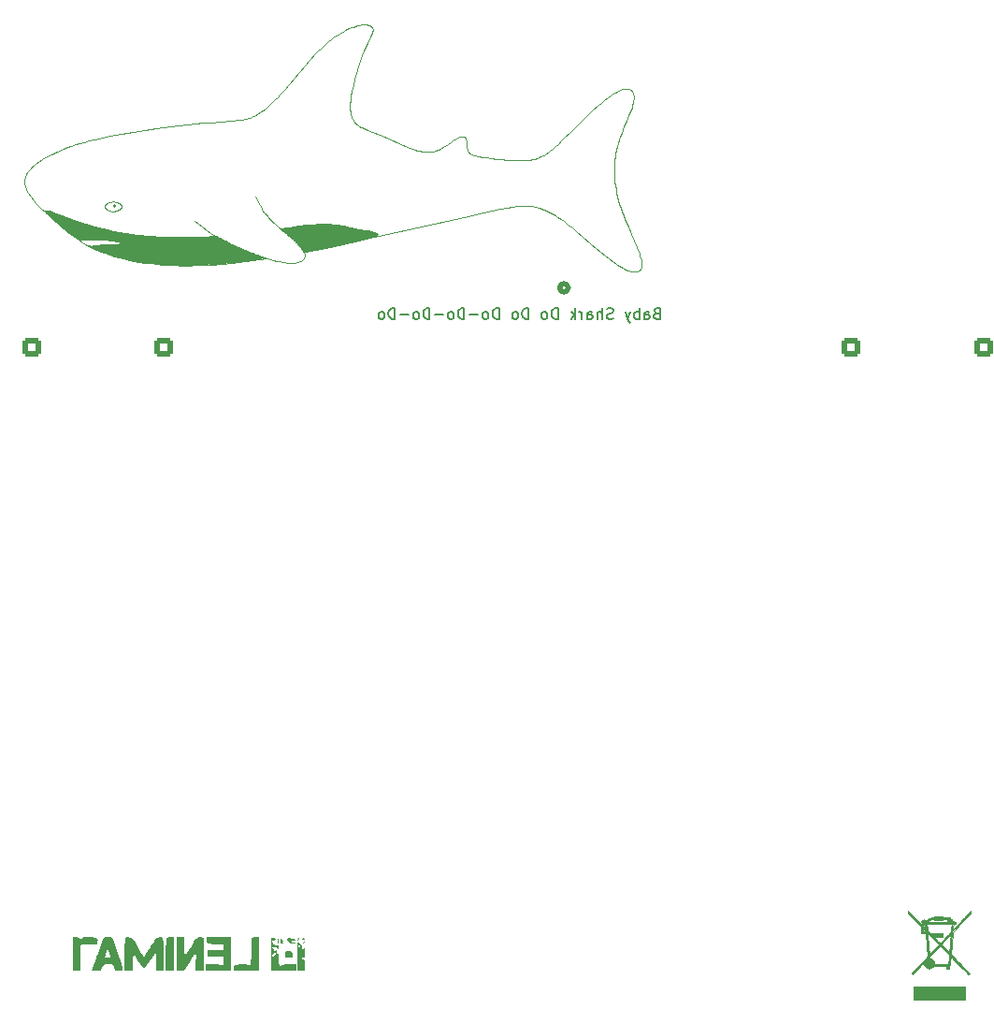
<source format=gbo>
G04 #@! TF.GenerationSoftware,KiCad,Pcbnew,8.0.5*
G04 #@! TF.CreationDate,2024-11-03T16:46:15+01:00*
G04 #@! TF.ProjectId,cable-tester,6361626c-652d-4746-9573-7465722e6b69,rev?*
G04 #@! TF.SameCoordinates,Original*
G04 #@! TF.FileFunction,Legend,Bot*
G04 #@! TF.FilePolarity,Positive*
%FSLAX46Y46*%
G04 Gerber Fmt 4.6, Leading zero omitted, Abs format (unit mm)*
G04 Created by KiCad (PCBNEW 8.0.5) date 2024-11-03 16:46:15*
%MOMM*%
%LPD*%
G01*
G04 APERTURE LIST*
G04 Aperture macros list*
%AMRoundRect*
0 Rectangle with rounded corners*
0 $1 Rounding radius*
0 $2 $3 $4 $5 $6 $7 $8 $9 X,Y pos of 4 corners*
0 Add a 4 corners polygon primitive as box body*
4,1,4,$2,$3,$4,$5,$6,$7,$8,$9,$2,$3,0*
0 Add four circle primitives for the rounded corners*
1,1,$1+$1,$2,$3*
1,1,$1+$1,$4,$5*
1,1,$1+$1,$6,$7*
1,1,$1+$1,$8,$9*
0 Add four rect primitives between the rounded corners*
20,1,$1+$1,$2,$3,$4,$5,0*
20,1,$1+$1,$4,$5,$6,$7,0*
20,1,$1+$1,$6,$7,$8,$9,0*
20,1,$1+$1,$8,$9,$2,$3,0*%
G04 Aperture macros list end*
%ADD10C,0.150000*%
%ADD11C,0.010000*%
%ADD12C,0.120000*%
%ADD13C,0.100000*%
%ADD14C,0.000000*%
%ADD15C,0.508000*%
%ADD16C,2.850000*%
%ADD17R,1.600000X1.600000*%
%ADD18C,1.600000*%
%ADD19R,1.800000X1.800000*%
%ADD20C,1.800000*%
%ADD21C,1.700000*%
%ADD22RoundRect,0.250000X-0.600000X-0.600000X0.600000X-0.600000X0.600000X0.600000X-0.600000X0.600000X0*%
%ADD23C,3.200000*%
%ADD24RoundRect,0.250000X-0.600000X0.600000X-0.600000X-0.600000X0.600000X-0.600000X0.600000X0.600000X0*%
%ADD25C,1.524000*%
%ADD26O,1.700000X1.700000*%
%ADD27R,1.700000X1.700000*%
G04 APERTURE END LIST*
D10*
X112404762Y-86931009D02*
X112261905Y-86978628D01*
X112261905Y-86978628D02*
X112214286Y-87026247D01*
X112214286Y-87026247D02*
X112166667Y-87121485D01*
X112166667Y-87121485D02*
X112166667Y-87264342D01*
X112166667Y-87264342D02*
X112214286Y-87359580D01*
X112214286Y-87359580D02*
X112261905Y-87407200D01*
X112261905Y-87407200D02*
X112357143Y-87454819D01*
X112357143Y-87454819D02*
X112738095Y-87454819D01*
X112738095Y-87454819D02*
X112738095Y-86454819D01*
X112738095Y-86454819D02*
X112404762Y-86454819D01*
X112404762Y-86454819D02*
X112309524Y-86502438D01*
X112309524Y-86502438D02*
X112261905Y-86550057D01*
X112261905Y-86550057D02*
X112214286Y-86645295D01*
X112214286Y-86645295D02*
X112214286Y-86740533D01*
X112214286Y-86740533D02*
X112261905Y-86835771D01*
X112261905Y-86835771D02*
X112309524Y-86883390D01*
X112309524Y-86883390D02*
X112404762Y-86931009D01*
X112404762Y-86931009D02*
X112738095Y-86931009D01*
X111309524Y-87454819D02*
X111309524Y-86931009D01*
X111309524Y-86931009D02*
X111357143Y-86835771D01*
X111357143Y-86835771D02*
X111452381Y-86788152D01*
X111452381Y-86788152D02*
X111642857Y-86788152D01*
X111642857Y-86788152D02*
X111738095Y-86835771D01*
X111309524Y-87407200D02*
X111404762Y-87454819D01*
X111404762Y-87454819D02*
X111642857Y-87454819D01*
X111642857Y-87454819D02*
X111738095Y-87407200D01*
X111738095Y-87407200D02*
X111785714Y-87311961D01*
X111785714Y-87311961D02*
X111785714Y-87216723D01*
X111785714Y-87216723D02*
X111738095Y-87121485D01*
X111738095Y-87121485D02*
X111642857Y-87073866D01*
X111642857Y-87073866D02*
X111404762Y-87073866D01*
X111404762Y-87073866D02*
X111309524Y-87026247D01*
X110833333Y-87454819D02*
X110833333Y-86454819D01*
X110833333Y-86835771D02*
X110738095Y-86788152D01*
X110738095Y-86788152D02*
X110547619Y-86788152D01*
X110547619Y-86788152D02*
X110452381Y-86835771D01*
X110452381Y-86835771D02*
X110404762Y-86883390D01*
X110404762Y-86883390D02*
X110357143Y-86978628D01*
X110357143Y-86978628D02*
X110357143Y-87264342D01*
X110357143Y-87264342D02*
X110404762Y-87359580D01*
X110404762Y-87359580D02*
X110452381Y-87407200D01*
X110452381Y-87407200D02*
X110547619Y-87454819D01*
X110547619Y-87454819D02*
X110738095Y-87454819D01*
X110738095Y-87454819D02*
X110833333Y-87407200D01*
X110023809Y-86788152D02*
X109785714Y-87454819D01*
X109547619Y-86788152D02*
X109785714Y-87454819D01*
X109785714Y-87454819D02*
X109880952Y-87692914D01*
X109880952Y-87692914D02*
X109928571Y-87740533D01*
X109928571Y-87740533D02*
X110023809Y-87788152D01*
X108452380Y-87407200D02*
X108309523Y-87454819D01*
X108309523Y-87454819D02*
X108071428Y-87454819D01*
X108071428Y-87454819D02*
X107976190Y-87407200D01*
X107976190Y-87407200D02*
X107928571Y-87359580D01*
X107928571Y-87359580D02*
X107880952Y-87264342D01*
X107880952Y-87264342D02*
X107880952Y-87169104D01*
X107880952Y-87169104D02*
X107928571Y-87073866D01*
X107928571Y-87073866D02*
X107976190Y-87026247D01*
X107976190Y-87026247D02*
X108071428Y-86978628D01*
X108071428Y-86978628D02*
X108261904Y-86931009D01*
X108261904Y-86931009D02*
X108357142Y-86883390D01*
X108357142Y-86883390D02*
X108404761Y-86835771D01*
X108404761Y-86835771D02*
X108452380Y-86740533D01*
X108452380Y-86740533D02*
X108452380Y-86645295D01*
X108452380Y-86645295D02*
X108404761Y-86550057D01*
X108404761Y-86550057D02*
X108357142Y-86502438D01*
X108357142Y-86502438D02*
X108261904Y-86454819D01*
X108261904Y-86454819D02*
X108023809Y-86454819D01*
X108023809Y-86454819D02*
X107880952Y-86502438D01*
X107452380Y-87454819D02*
X107452380Y-86454819D01*
X107023809Y-87454819D02*
X107023809Y-86931009D01*
X107023809Y-86931009D02*
X107071428Y-86835771D01*
X107071428Y-86835771D02*
X107166666Y-86788152D01*
X107166666Y-86788152D02*
X107309523Y-86788152D01*
X107309523Y-86788152D02*
X107404761Y-86835771D01*
X107404761Y-86835771D02*
X107452380Y-86883390D01*
X106119047Y-87454819D02*
X106119047Y-86931009D01*
X106119047Y-86931009D02*
X106166666Y-86835771D01*
X106166666Y-86835771D02*
X106261904Y-86788152D01*
X106261904Y-86788152D02*
X106452380Y-86788152D01*
X106452380Y-86788152D02*
X106547618Y-86835771D01*
X106119047Y-87407200D02*
X106214285Y-87454819D01*
X106214285Y-87454819D02*
X106452380Y-87454819D01*
X106452380Y-87454819D02*
X106547618Y-87407200D01*
X106547618Y-87407200D02*
X106595237Y-87311961D01*
X106595237Y-87311961D02*
X106595237Y-87216723D01*
X106595237Y-87216723D02*
X106547618Y-87121485D01*
X106547618Y-87121485D02*
X106452380Y-87073866D01*
X106452380Y-87073866D02*
X106214285Y-87073866D01*
X106214285Y-87073866D02*
X106119047Y-87026247D01*
X105642856Y-87454819D02*
X105642856Y-86788152D01*
X105642856Y-86978628D02*
X105595237Y-86883390D01*
X105595237Y-86883390D02*
X105547618Y-86835771D01*
X105547618Y-86835771D02*
X105452380Y-86788152D01*
X105452380Y-86788152D02*
X105357142Y-86788152D01*
X105023808Y-87454819D02*
X105023808Y-86454819D01*
X104928570Y-87073866D02*
X104642856Y-87454819D01*
X104642856Y-86788152D02*
X105023808Y-87169104D01*
X103452379Y-87454819D02*
X103452379Y-86454819D01*
X103452379Y-86454819D02*
X103214284Y-86454819D01*
X103214284Y-86454819D02*
X103071427Y-86502438D01*
X103071427Y-86502438D02*
X102976189Y-86597676D01*
X102976189Y-86597676D02*
X102928570Y-86692914D01*
X102928570Y-86692914D02*
X102880951Y-86883390D01*
X102880951Y-86883390D02*
X102880951Y-87026247D01*
X102880951Y-87026247D02*
X102928570Y-87216723D01*
X102928570Y-87216723D02*
X102976189Y-87311961D01*
X102976189Y-87311961D02*
X103071427Y-87407200D01*
X103071427Y-87407200D02*
X103214284Y-87454819D01*
X103214284Y-87454819D02*
X103452379Y-87454819D01*
X102309522Y-87454819D02*
X102404760Y-87407200D01*
X102404760Y-87407200D02*
X102452379Y-87359580D01*
X102452379Y-87359580D02*
X102499998Y-87264342D01*
X102499998Y-87264342D02*
X102499998Y-86978628D01*
X102499998Y-86978628D02*
X102452379Y-86883390D01*
X102452379Y-86883390D02*
X102404760Y-86835771D01*
X102404760Y-86835771D02*
X102309522Y-86788152D01*
X102309522Y-86788152D02*
X102166665Y-86788152D01*
X102166665Y-86788152D02*
X102071427Y-86835771D01*
X102071427Y-86835771D02*
X102023808Y-86883390D01*
X102023808Y-86883390D02*
X101976189Y-86978628D01*
X101976189Y-86978628D02*
X101976189Y-87264342D01*
X101976189Y-87264342D02*
X102023808Y-87359580D01*
X102023808Y-87359580D02*
X102071427Y-87407200D01*
X102071427Y-87407200D02*
X102166665Y-87454819D01*
X102166665Y-87454819D02*
X102309522Y-87454819D01*
X100785712Y-87454819D02*
X100785712Y-86454819D01*
X100785712Y-86454819D02*
X100547617Y-86454819D01*
X100547617Y-86454819D02*
X100404760Y-86502438D01*
X100404760Y-86502438D02*
X100309522Y-86597676D01*
X100309522Y-86597676D02*
X100261903Y-86692914D01*
X100261903Y-86692914D02*
X100214284Y-86883390D01*
X100214284Y-86883390D02*
X100214284Y-87026247D01*
X100214284Y-87026247D02*
X100261903Y-87216723D01*
X100261903Y-87216723D02*
X100309522Y-87311961D01*
X100309522Y-87311961D02*
X100404760Y-87407200D01*
X100404760Y-87407200D02*
X100547617Y-87454819D01*
X100547617Y-87454819D02*
X100785712Y-87454819D01*
X99642855Y-87454819D02*
X99738093Y-87407200D01*
X99738093Y-87407200D02*
X99785712Y-87359580D01*
X99785712Y-87359580D02*
X99833331Y-87264342D01*
X99833331Y-87264342D02*
X99833331Y-86978628D01*
X99833331Y-86978628D02*
X99785712Y-86883390D01*
X99785712Y-86883390D02*
X99738093Y-86835771D01*
X99738093Y-86835771D02*
X99642855Y-86788152D01*
X99642855Y-86788152D02*
X99499998Y-86788152D01*
X99499998Y-86788152D02*
X99404760Y-86835771D01*
X99404760Y-86835771D02*
X99357141Y-86883390D01*
X99357141Y-86883390D02*
X99309522Y-86978628D01*
X99309522Y-86978628D02*
X99309522Y-87264342D01*
X99309522Y-87264342D02*
X99357141Y-87359580D01*
X99357141Y-87359580D02*
X99404760Y-87407200D01*
X99404760Y-87407200D02*
X99499998Y-87454819D01*
X99499998Y-87454819D02*
X99642855Y-87454819D01*
X98119045Y-87454819D02*
X98119045Y-86454819D01*
X98119045Y-86454819D02*
X97880950Y-86454819D01*
X97880950Y-86454819D02*
X97738093Y-86502438D01*
X97738093Y-86502438D02*
X97642855Y-86597676D01*
X97642855Y-86597676D02*
X97595236Y-86692914D01*
X97595236Y-86692914D02*
X97547617Y-86883390D01*
X97547617Y-86883390D02*
X97547617Y-87026247D01*
X97547617Y-87026247D02*
X97595236Y-87216723D01*
X97595236Y-87216723D02*
X97642855Y-87311961D01*
X97642855Y-87311961D02*
X97738093Y-87407200D01*
X97738093Y-87407200D02*
X97880950Y-87454819D01*
X97880950Y-87454819D02*
X98119045Y-87454819D01*
X96976188Y-87454819D02*
X97071426Y-87407200D01*
X97071426Y-87407200D02*
X97119045Y-87359580D01*
X97119045Y-87359580D02*
X97166664Y-87264342D01*
X97166664Y-87264342D02*
X97166664Y-86978628D01*
X97166664Y-86978628D02*
X97119045Y-86883390D01*
X97119045Y-86883390D02*
X97071426Y-86835771D01*
X97071426Y-86835771D02*
X96976188Y-86788152D01*
X96976188Y-86788152D02*
X96833331Y-86788152D01*
X96833331Y-86788152D02*
X96738093Y-86835771D01*
X96738093Y-86835771D02*
X96690474Y-86883390D01*
X96690474Y-86883390D02*
X96642855Y-86978628D01*
X96642855Y-86978628D02*
X96642855Y-87264342D01*
X96642855Y-87264342D02*
X96690474Y-87359580D01*
X96690474Y-87359580D02*
X96738093Y-87407200D01*
X96738093Y-87407200D02*
X96833331Y-87454819D01*
X96833331Y-87454819D02*
X96976188Y-87454819D01*
X96214283Y-87073866D02*
X95452379Y-87073866D01*
X94976188Y-87454819D02*
X94976188Y-86454819D01*
X94976188Y-86454819D02*
X94738093Y-86454819D01*
X94738093Y-86454819D02*
X94595236Y-86502438D01*
X94595236Y-86502438D02*
X94499998Y-86597676D01*
X94499998Y-86597676D02*
X94452379Y-86692914D01*
X94452379Y-86692914D02*
X94404760Y-86883390D01*
X94404760Y-86883390D02*
X94404760Y-87026247D01*
X94404760Y-87026247D02*
X94452379Y-87216723D01*
X94452379Y-87216723D02*
X94499998Y-87311961D01*
X94499998Y-87311961D02*
X94595236Y-87407200D01*
X94595236Y-87407200D02*
X94738093Y-87454819D01*
X94738093Y-87454819D02*
X94976188Y-87454819D01*
X93833331Y-87454819D02*
X93928569Y-87407200D01*
X93928569Y-87407200D02*
X93976188Y-87359580D01*
X93976188Y-87359580D02*
X94023807Y-87264342D01*
X94023807Y-87264342D02*
X94023807Y-86978628D01*
X94023807Y-86978628D02*
X93976188Y-86883390D01*
X93976188Y-86883390D02*
X93928569Y-86835771D01*
X93928569Y-86835771D02*
X93833331Y-86788152D01*
X93833331Y-86788152D02*
X93690474Y-86788152D01*
X93690474Y-86788152D02*
X93595236Y-86835771D01*
X93595236Y-86835771D02*
X93547617Y-86883390D01*
X93547617Y-86883390D02*
X93499998Y-86978628D01*
X93499998Y-86978628D02*
X93499998Y-87264342D01*
X93499998Y-87264342D02*
X93547617Y-87359580D01*
X93547617Y-87359580D02*
X93595236Y-87407200D01*
X93595236Y-87407200D02*
X93690474Y-87454819D01*
X93690474Y-87454819D02*
X93833331Y-87454819D01*
X93071426Y-87073866D02*
X92309522Y-87073866D01*
X91833331Y-87454819D02*
X91833331Y-86454819D01*
X91833331Y-86454819D02*
X91595236Y-86454819D01*
X91595236Y-86454819D02*
X91452379Y-86502438D01*
X91452379Y-86502438D02*
X91357141Y-86597676D01*
X91357141Y-86597676D02*
X91309522Y-86692914D01*
X91309522Y-86692914D02*
X91261903Y-86883390D01*
X91261903Y-86883390D02*
X91261903Y-87026247D01*
X91261903Y-87026247D02*
X91309522Y-87216723D01*
X91309522Y-87216723D02*
X91357141Y-87311961D01*
X91357141Y-87311961D02*
X91452379Y-87407200D01*
X91452379Y-87407200D02*
X91595236Y-87454819D01*
X91595236Y-87454819D02*
X91833331Y-87454819D01*
X90690474Y-87454819D02*
X90785712Y-87407200D01*
X90785712Y-87407200D02*
X90833331Y-87359580D01*
X90833331Y-87359580D02*
X90880950Y-87264342D01*
X90880950Y-87264342D02*
X90880950Y-86978628D01*
X90880950Y-86978628D02*
X90833331Y-86883390D01*
X90833331Y-86883390D02*
X90785712Y-86835771D01*
X90785712Y-86835771D02*
X90690474Y-86788152D01*
X90690474Y-86788152D02*
X90547617Y-86788152D01*
X90547617Y-86788152D02*
X90452379Y-86835771D01*
X90452379Y-86835771D02*
X90404760Y-86883390D01*
X90404760Y-86883390D02*
X90357141Y-86978628D01*
X90357141Y-86978628D02*
X90357141Y-87264342D01*
X90357141Y-87264342D02*
X90404760Y-87359580D01*
X90404760Y-87359580D02*
X90452379Y-87407200D01*
X90452379Y-87407200D02*
X90547617Y-87454819D01*
X90547617Y-87454819D02*
X90690474Y-87454819D01*
X89928569Y-87073866D02*
X89166665Y-87073866D01*
X88690474Y-87454819D02*
X88690474Y-86454819D01*
X88690474Y-86454819D02*
X88452379Y-86454819D01*
X88452379Y-86454819D02*
X88309522Y-86502438D01*
X88309522Y-86502438D02*
X88214284Y-86597676D01*
X88214284Y-86597676D02*
X88166665Y-86692914D01*
X88166665Y-86692914D02*
X88119046Y-86883390D01*
X88119046Y-86883390D02*
X88119046Y-87026247D01*
X88119046Y-87026247D02*
X88166665Y-87216723D01*
X88166665Y-87216723D02*
X88214284Y-87311961D01*
X88214284Y-87311961D02*
X88309522Y-87407200D01*
X88309522Y-87407200D02*
X88452379Y-87454819D01*
X88452379Y-87454819D02*
X88690474Y-87454819D01*
X87547617Y-87454819D02*
X87642855Y-87407200D01*
X87642855Y-87407200D02*
X87690474Y-87359580D01*
X87690474Y-87359580D02*
X87738093Y-87264342D01*
X87738093Y-87264342D02*
X87738093Y-86978628D01*
X87738093Y-86978628D02*
X87690474Y-86883390D01*
X87690474Y-86883390D02*
X87642855Y-86835771D01*
X87642855Y-86835771D02*
X87547617Y-86788152D01*
X87547617Y-86788152D02*
X87404760Y-86788152D01*
X87404760Y-86788152D02*
X87309522Y-86835771D01*
X87309522Y-86835771D02*
X87261903Y-86883390D01*
X87261903Y-86883390D02*
X87214284Y-86978628D01*
X87214284Y-86978628D02*
X87214284Y-87264342D01*
X87214284Y-87264342D02*
X87261903Y-87359580D01*
X87261903Y-87359580D02*
X87309522Y-87407200D01*
X87309522Y-87407200D02*
X87404760Y-87454819D01*
X87404760Y-87454819D02*
X87547617Y-87454819D01*
D11*
X140356184Y-149010526D02*
X135677237Y-149010526D01*
X135677237Y-147857500D01*
X140356184Y-147857500D01*
X140356184Y-149010526D01*
G36*
X140356184Y-149010526D02*
G01*
X135677237Y-149010526D01*
X135677237Y-147857500D01*
X140356184Y-147857500D01*
X140356184Y-149010526D01*
G37*
X138985938Y-141645362D02*
X138986595Y-141662572D01*
X138995141Y-141691467D01*
X139019466Y-141715972D01*
X139066918Y-141745143D01*
X139108573Y-141771793D01*
X139171989Y-141822960D01*
X139229460Y-141880400D01*
X139273422Y-141936279D01*
X139296311Y-141982762D01*
X139301919Y-142000674D01*
X139312309Y-142012970D01*
X139315812Y-142017116D01*
X139344445Y-142024083D01*
X139397141Y-142025526D01*
X139487237Y-142025526D01*
X139487237Y-142175921D01*
X139275228Y-142175921D01*
X139255433Y-142412183D01*
X139252775Y-142444483D01*
X139246583Y-142525340D01*
X139242208Y-142591135D01*
X139240030Y-142635791D01*
X139240426Y-142653233D01*
X139246185Y-142648219D01*
X139272462Y-142622083D01*
X139317888Y-142575758D01*
X139380166Y-142511647D01*
X139456997Y-142432150D01*
X139546080Y-142339669D01*
X139645119Y-142236606D01*
X139751814Y-142125362D01*
X139863865Y-142008338D01*
X139978975Y-141887936D01*
X140094844Y-141766558D01*
X140209174Y-141646604D01*
X140319666Y-141530476D01*
X140424021Y-141420575D01*
X140519940Y-141319304D01*
X140605124Y-141229063D01*
X140677275Y-141152253D01*
X140806194Y-141014539D01*
X140806781Y-141131852D01*
X140807368Y-141249164D01*
X140009286Y-142088485D01*
X139211204Y-142927807D01*
X139195250Y-143119106D01*
X139131419Y-143884528D01*
X139120138Y-144020287D01*
X139106140Y-144190154D01*
X139093220Y-144348505D01*
X139081627Y-144492228D01*
X139071607Y-144618210D01*
X139063407Y-144723338D01*
X139057274Y-144804501D01*
X139053456Y-144858586D01*
X139052199Y-144882480D01*
X139055517Y-144893429D01*
X139070429Y-144917071D01*
X139098709Y-144952703D01*
X139112358Y-144968277D01*
X139141864Y-145001948D01*
X139201399Y-145066428D01*
X139278820Y-145147768D01*
X139375632Y-145247591D01*
X139493342Y-145367520D01*
X139633454Y-145509179D01*
X139725628Y-145602136D01*
X139854119Y-145731795D01*
X139982159Y-145861079D01*
X140105900Y-145986097D01*
X140221492Y-146102959D01*
X140325085Y-146207774D01*
X140412831Y-146296652D01*
X140480881Y-146365702D01*
X140747617Y-146636757D01*
X140699169Y-146687326D01*
X140687743Y-146698719D01*
X140654035Y-146726697D01*
X140630910Y-146737895D01*
X140612805Y-146728335D01*
X140579145Y-146699649D01*
X140538792Y-146658520D01*
X140514230Y-146632542D01*
X140468423Y-146585104D01*
X140403683Y-146518566D01*
X140322295Y-146435263D01*
X140226545Y-146337528D01*
X140118721Y-146227695D01*
X140001108Y-146108096D01*
X139875992Y-145981066D01*
X139745659Y-145848938D01*
X139024831Y-145118732D01*
X138995469Y-145498017D01*
X138989068Y-145578972D01*
X138979721Y-145687793D01*
X138971290Y-145770217D01*
X138963151Y-145830575D01*
X138954679Y-145873200D01*
X138945250Y-145902424D01*
X138934237Y-145922580D01*
X138918825Y-145950750D01*
X138906143Y-146002539D01*
X138902368Y-146077152D01*
X138902368Y-146186447D01*
X138601579Y-146186447D01*
X138601579Y-145952500D01*
X137477832Y-145952500D01*
X137412875Y-146026295D01*
X137395110Y-146045511D01*
X137298831Y-146122712D01*
X137190049Y-146170239D01*
X137072262Y-146186447D01*
X136968327Y-146177854D01*
X136850770Y-146141628D01*
X136750134Y-146076882D01*
X136730520Y-146058378D01*
X136681503Y-145998475D01*
X136638497Y-145928693D01*
X136607658Y-145859909D01*
X136595141Y-145803002D01*
X136594899Y-145794741D01*
X136593099Y-145764471D01*
X136588392Y-145743563D01*
X136578544Y-145733669D01*
X136561323Y-145736444D01*
X136534494Y-145753540D01*
X136495824Y-145786610D01*
X136443080Y-145837307D01*
X136374028Y-145907285D01*
X136286434Y-145998197D01*
X136178065Y-146111695D01*
X136120342Y-146172280D01*
X136023855Y-146273718D01*
X135932568Y-146369889D01*
X135850059Y-146457013D01*
X135779906Y-146531311D01*
X135725685Y-146589003D01*
X135690974Y-146626310D01*
X135596092Y-146729539D01*
X135537449Y-146671052D01*
X135478805Y-146612566D01*
X136204179Y-145852237D01*
X136249916Y-145804263D01*
X136412633Y-145632940D01*
X136552313Y-145484738D01*
X136669373Y-145359198D01*
X136764233Y-145255861D01*
X136831309Y-145180967D01*
X137105947Y-145180967D01*
X137108106Y-145198589D01*
X137108483Y-145200430D01*
X137126480Y-145242171D01*
X137162428Y-145261620D01*
X137273237Y-145303083D01*
X137371963Y-145372156D01*
X137449611Y-145463524D01*
X137502828Y-145573195D01*
X137528258Y-145697173D01*
X137536681Y-145802105D01*
X138798482Y-145802105D01*
X138807280Y-145764506D01*
X138808836Y-145755279D01*
X138813672Y-145714018D01*
X138820271Y-145647304D01*
X138828142Y-145560453D01*
X138836797Y-145458777D01*
X138845743Y-145347592D01*
X138875409Y-144968277D01*
X138475532Y-144562198D01*
X138402187Y-144487961D01*
X138312447Y-144397837D01*
X138231940Y-144317775D01*
X138163488Y-144250542D01*
X138109917Y-144198910D01*
X138074052Y-144165646D01*
X138058715Y-144153521D01*
X138048431Y-144159314D01*
X138017801Y-144185675D01*
X137971705Y-144229709D01*
X137914265Y-144287444D01*
X137849605Y-144354911D01*
X137832738Y-144372804D01*
X137757107Y-144452839D01*
X137666984Y-144547977D01*
X137569155Y-144651067D01*
X137470405Y-144754956D01*
X137377520Y-144852493D01*
X137371940Y-144858346D01*
X137285584Y-144949214D01*
X137219690Y-145019577D01*
X137171651Y-145072783D01*
X137138863Y-145112177D01*
X137118720Y-145141108D01*
X137108616Y-145162922D01*
X137105947Y-145180967D01*
X136831309Y-145180967D01*
X136837311Y-145174266D01*
X136889026Y-145113955D01*
X136919796Y-145074466D01*
X136930040Y-145055342D01*
X136930041Y-145055229D01*
X136928636Y-145031394D01*
X136924531Y-144977967D01*
X136918048Y-144898584D01*
X136909508Y-144796880D01*
X136899233Y-144676493D01*
X136887544Y-144541057D01*
X136874763Y-144394211D01*
X136861212Y-144239590D01*
X136847212Y-144080830D01*
X136833085Y-143921568D01*
X136819153Y-143765441D01*
X136805736Y-143616083D01*
X136793157Y-143477133D01*
X136781738Y-143352226D01*
X136771799Y-143244998D01*
X136763662Y-143159087D01*
X136757650Y-143098127D01*
X136754083Y-143065756D01*
X136746891Y-143011538D01*
X136918573Y-143011538D01*
X136920772Y-143052630D01*
X136925611Y-143121735D01*
X136932848Y-143215870D01*
X136942241Y-143332053D01*
X136953547Y-143467299D01*
X136966523Y-143618627D01*
X136980929Y-143783054D01*
X136996521Y-143957597D01*
X137008710Y-144092206D01*
X137023976Y-144259145D01*
X137038269Y-144413618D01*
X137051305Y-144552649D01*
X137062800Y-144673264D01*
X137072470Y-144772489D01*
X137080030Y-144847348D01*
X137085197Y-144894867D01*
X137087686Y-144912072D01*
X137095236Y-144906742D01*
X137122922Y-144880578D01*
X137167909Y-144835637D01*
X137227100Y-144775191D01*
X137297399Y-144702509D01*
X137375708Y-144620864D01*
X137458930Y-144533526D01*
X137543969Y-144443767D01*
X137627727Y-144354858D01*
X137707107Y-144270070D01*
X137779013Y-144192673D01*
X137840347Y-144125941D01*
X137888013Y-144073142D01*
X137918913Y-144037550D01*
X137927941Y-144025186D01*
X138169574Y-144025186D01*
X138535971Y-144391299D01*
X138625569Y-144480679D01*
X138710013Y-144564320D01*
X138775427Y-144628027D01*
X138824208Y-144673868D01*
X138858753Y-144703909D01*
X138881459Y-144720218D01*
X138894722Y-144724862D01*
X138900940Y-144719908D01*
X138902509Y-144707423D01*
X138903515Y-144687363D01*
X138907140Y-144635712D01*
X138913130Y-144557320D01*
X138921198Y-144455759D01*
X138931055Y-144334602D01*
X138942413Y-144197421D01*
X138954984Y-144047787D01*
X138968480Y-143889271D01*
X138980395Y-143749563D01*
X138992811Y-143602414D01*
X139003943Y-143468805D01*
X139013526Y-143352028D01*
X139021290Y-143255378D01*
X139026969Y-143182145D01*
X139030297Y-143135624D01*
X139031004Y-143119106D01*
X139030444Y-143119416D01*
X139014663Y-143134623D01*
X138979606Y-143170303D01*
X138928363Y-143223220D01*
X138864019Y-143290139D01*
X138789664Y-143367823D01*
X138708385Y-143453036D01*
X138623270Y-143542541D01*
X138537406Y-143633102D01*
X138453881Y-143721483D01*
X138375784Y-143804448D01*
X138306202Y-143878760D01*
X138172141Y-144022434D01*
X138169574Y-144025186D01*
X137927941Y-144025186D01*
X137929951Y-144022434D01*
X137919131Y-144007785D01*
X137887674Y-143972722D01*
X137838503Y-143920265D01*
X137774544Y-143853372D01*
X137698723Y-143774999D01*
X137613967Y-143688103D01*
X137523202Y-143595641D01*
X137429356Y-143500569D01*
X137335354Y-143405845D01*
X137244124Y-143314424D01*
X137158591Y-143229265D01*
X137081683Y-143153323D01*
X137016326Y-143089556D01*
X136965446Y-143040920D01*
X136931970Y-143010372D01*
X136918824Y-143000868D01*
X136918573Y-143011538D01*
X136746891Y-143011538D01*
X136744663Y-142994737D01*
X136379079Y-142994737D01*
X136378641Y-142714835D01*
X136378414Y-142569584D01*
X136512763Y-142569584D01*
X136512763Y-142861052D01*
X136621382Y-142861052D01*
X136631045Y-142861044D01*
X136685604Y-142859880D01*
X136715276Y-142854902D01*
X136727571Y-142843477D01*
X136730000Y-142822971D01*
X136719301Y-142792829D01*
X136682654Y-142742687D01*
X136621382Y-142677237D01*
X136512763Y-142569584D01*
X136378414Y-142569584D01*
X136378204Y-142434934D01*
X135777885Y-141825000D01*
X135177567Y-141215066D01*
X135176744Y-141099337D01*
X135175921Y-140983610D01*
X135895969Y-141713449D01*
X135965564Y-141783944D01*
X136109975Y-141929828D01*
X136233442Y-142053875D01*
X136337560Y-142157611D01*
X136423925Y-142242562D01*
X136494132Y-142310256D01*
X136549776Y-142362219D01*
X136592452Y-142399977D01*
X136623756Y-142425057D01*
X136645282Y-142438986D01*
X136658625Y-142443289D01*
X136681125Y-142441986D01*
X136693756Y-142432468D01*
X136695934Y-142406427D01*
X136690697Y-142355559D01*
X136687086Y-142323533D01*
X136682061Y-142270002D01*
X136680037Y-142234408D01*
X136679045Y-142222138D01*
X136669386Y-142208996D01*
X136642703Y-142204641D01*
X136590902Y-142206542D01*
X136577676Y-142207287D01*
X136524733Y-142206447D01*
X136487073Y-142194813D01*
X136460529Y-142175921D01*
X136836974Y-142175921D01*
X136842504Y-142238585D01*
X136845058Y-142267017D01*
X136853018Y-142344642D01*
X136860861Y-142395769D01*
X136870031Y-142425711D01*
X136881973Y-142439780D01*
X136898129Y-142443289D01*
X136912656Y-142445679D01*
X136922289Y-142457098D01*
X136927672Y-142483645D01*
X136930015Y-142531414D01*
X136930526Y-142606502D01*
X136930526Y-142769715D01*
X136983948Y-142822971D01*
X137114342Y-142952960D01*
X137298158Y-143136206D01*
X137298158Y-142994737D01*
X138300790Y-142994737D01*
X138300790Y-143312237D01*
X137478827Y-143312237D01*
X137757589Y-143600493D01*
X137810984Y-143655548D01*
X137884817Y-143731120D01*
X137948929Y-143796082D01*
X137999961Y-143847060D01*
X138034557Y-143880681D01*
X138049357Y-143893574D01*
X138054983Y-143890018D01*
X138081363Y-143866118D01*
X138126849Y-143821862D01*
X138189012Y-143759708D01*
X138265422Y-143682115D01*
X138353649Y-143591540D01*
X138451262Y-143490441D01*
X138555833Y-143381275D01*
X138660940Y-143270964D01*
X138763974Y-143162246D01*
X138847530Y-143073136D01*
X138913654Y-143001271D01*
X138964387Y-142944289D01*
X139001775Y-142899828D01*
X139027860Y-142865525D01*
X139044687Y-142839017D01*
X139054298Y-142817942D01*
X139058739Y-142799939D01*
X139059916Y-142791169D01*
X139065136Y-142742847D01*
X139071742Y-142671707D01*
X139079008Y-142585861D01*
X139086207Y-142493421D01*
X139088648Y-142461225D01*
X139095701Y-142374236D01*
X139102425Y-142299203D01*
X139108160Y-142243255D01*
X139112240Y-142213520D01*
X139120242Y-142175921D01*
X136836974Y-142175921D01*
X136460529Y-142175921D01*
X136449956Y-142168396D01*
X136443563Y-142162835D01*
X136391285Y-142095487D01*
X136370581Y-142025526D01*
X136823481Y-142025526D01*
X138703306Y-142025526D01*
X138700583Y-141958684D01*
X138985921Y-141958684D01*
X138985921Y-142025526D01*
X139061706Y-142025526D01*
X139084412Y-142025366D01*
X139118054Y-142022442D01*
X139127766Y-142012970D01*
X139120227Y-141993267D01*
X139117999Y-141989511D01*
X139092990Y-141960623D01*
X139056757Y-141928563D01*
X139020613Y-141902560D01*
X138995874Y-141891842D01*
X138993650Y-141893536D01*
X138988131Y-141916810D01*
X138985921Y-141958684D01*
X138700583Y-141958684D01*
X138698397Y-141905007D01*
X138693487Y-141784488D01*
X138593224Y-141764348D01*
X138542943Y-141755214D01*
X138458975Y-141742425D01*
X138380165Y-141732776D01*
X138267368Y-141721345D01*
X138267368Y-141858421D01*
X137498684Y-141858421D01*
X137498684Y-141737596D01*
X137402599Y-141749065D01*
X137255787Y-141773646D01*
X137108032Y-141818089D01*
X136985814Y-141880062D01*
X136887062Y-141960413D01*
X136823481Y-142025526D01*
X136370581Y-142025526D01*
X136368281Y-142017754D01*
X136375328Y-141936211D01*
X136413203Y-141857434D01*
X136416868Y-141852529D01*
X136467486Y-141810327D01*
X136533474Y-141785365D01*
X136604607Y-141778725D01*
X136670664Y-141791492D01*
X136721419Y-141824750D01*
X136738604Y-141841729D01*
X136755345Y-141845844D01*
X136779318Y-141833115D01*
X136819799Y-141801332D01*
X136832219Y-141791564D01*
X136928111Y-141729911D01*
X137041715Y-141675084D01*
X137134630Y-141641184D01*
X137632368Y-141641184D01*
X137632368Y-141724737D01*
X138133684Y-141724737D01*
X138133684Y-141641184D01*
X137632368Y-141641184D01*
X137134630Y-141641184D01*
X137162453Y-141631033D01*
X137279746Y-141601706D01*
X137383017Y-141591052D01*
X137393988Y-141590968D01*
X137454970Y-141585031D01*
X137488460Y-141568385D01*
X137498684Y-141539133D01*
X137499885Y-141529917D01*
X137506449Y-141521991D01*
X137522391Y-141516189D01*
X137551719Y-141512181D01*
X137598440Y-141509639D01*
X137666559Y-141508230D01*
X137760086Y-141507628D01*
X137883026Y-141507500D01*
X137998219Y-141507725D01*
X138096126Y-141508635D01*
X138167800Y-141510469D01*
X138217001Y-141513466D01*
X138247490Y-141517863D01*
X138263025Y-141523898D01*
X138267368Y-141531808D01*
X138281653Y-141551232D01*
X138321678Y-141563627D01*
X138336997Y-141565796D01*
X138389230Y-141573430D01*
X138458737Y-141583778D01*
X138534737Y-141595240D01*
X138576651Y-141601075D01*
X138637992Y-141607394D01*
X138681273Y-141608918D01*
X138699057Y-141605197D01*
X138702094Y-141602773D01*
X138730130Y-141596785D01*
X138780564Y-141592617D01*
X138845274Y-141591052D01*
X138985921Y-141591052D01*
X138985937Y-141641184D01*
X138985938Y-141645362D01*
G36*
X138985938Y-141645362D02*
G01*
X138986595Y-141662572D01*
X138995141Y-141691467D01*
X139019466Y-141715972D01*
X139066918Y-141745143D01*
X139108573Y-141771793D01*
X139171989Y-141822960D01*
X139229460Y-141880400D01*
X139273422Y-141936279D01*
X139296311Y-141982762D01*
X139301919Y-142000674D01*
X139312309Y-142012970D01*
X139315812Y-142017116D01*
X139344445Y-142024083D01*
X139397141Y-142025526D01*
X139487237Y-142025526D01*
X139487237Y-142175921D01*
X139275228Y-142175921D01*
X139255433Y-142412183D01*
X139252775Y-142444483D01*
X139246583Y-142525340D01*
X139242208Y-142591135D01*
X139240030Y-142635791D01*
X139240426Y-142653233D01*
X139246185Y-142648219D01*
X139272462Y-142622083D01*
X139317888Y-142575758D01*
X139380166Y-142511647D01*
X139456997Y-142432150D01*
X139546080Y-142339669D01*
X139645119Y-142236606D01*
X139751814Y-142125362D01*
X139863865Y-142008338D01*
X139978975Y-141887936D01*
X140094844Y-141766558D01*
X140209174Y-141646604D01*
X140319666Y-141530476D01*
X140424021Y-141420575D01*
X140519940Y-141319304D01*
X140605124Y-141229063D01*
X140677275Y-141152253D01*
X140806194Y-141014539D01*
X140806781Y-141131852D01*
X140807368Y-141249164D01*
X140009286Y-142088485D01*
X139211204Y-142927807D01*
X139195250Y-143119106D01*
X139131419Y-143884528D01*
X139120138Y-144020287D01*
X139106140Y-144190154D01*
X139093220Y-144348505D01*
X139081627Y-144492228D01*
X139071607Y-144618210D01*
X139063407Y-144723338D01*
X139057274Y-144804501D01*
X139053456Y-144858586D01*
X139052199Y-144882480D01*
X139055517Y-144893429D01*
X139070429Y-144917071D01*
X139098709Y-144952703D01*
X139112358Y-144968277D01*
X139141864Y-145001948D01*
X139201399Y-145066428D01*
X139278820Y-145147768D01*
X139375632Y-145247591D01*
X139493342Y-145367520D01*
X139633454Y-145509179D01*
X139725628Y-145602136D01*
X139854119Y-145731795D01*
X139982159Y-145861079D01*
X140105900Y-145986097D01*
X140221492Y-146102959D01*
X140325085Y-146207774D01*
X140412831Y-146296652D01*
X140480881Y-146365702D01*
X140747617Y-146636757D01*
X140699169Y-146687326D01*
X140687743Y-146698719D01*
X140654035Y-146726697D01*
X140630910Y-146737895D01*
X140612805Y-146728335D01*
X140579145Y-146699649D01*
X140538792Y-146658520D01*
X140514230Y-146632542D01*
X140468423Y-146585104D01*
X140403683Y-146518566D01*
X140322295Y-146435263D01*
X140226545Y-146337528D01*
X140118721Y-146227695D01*
X140001108Y-146108096D01*
X139875992Y-145981066D01*
X139745659Y-145848938D01*
X139024831Y-145118732D01*
X138995469Y-145498017D01*
X138989068Y-145578972D01*
X138979721Y-145687793D01*
X138971290Y-145770217D01*
X138963151Y-145830575D01*
X138954679Y-145873200D01*
X138945250Y-145902424D01*
X138934237Y-145922580D01*
X138918825Y-145950750D01*
X138906143Y-146002539D01*
X138902368Y-146077152D01*
X138902368Y-146186447D01*
X138601579Y-146186447D01*
X138601579Y-145952500D01*
X137477832Y-145952500D01*
X137412875Y-146026295D01*
X137395110Y-146045511D01*
X137298831Y-146122712D01*
X137190049Y-146170239D01*
X137072262Y-146186447D01*
X136968327Y-146177854D01*
X136850770Y-146141628D01*
X136750134Y-146076882D01*
X136730520Y-146058378D01*
X136681503Y-145998475D01*
X136638497Y-145928693D01*
X136607658Y-145859909D01*
X136595141Y-145803002D01*
X136594899Y-145794741D01*
X136593099Y-145764471D01*
X136588392Y-145743563D01*
X136578544Y-145733669D01*
X136561323Y-145736444D01*
X136534494Y-145753540D01*
X136495824Y-145786610D01*
X136443080Y-145837307D01*
X136374028Y-145907285D01*
X136286434Y-145998197D01*
X136178065Y-146111695D01*
X136120342Y-146172280D01*
X136023855Y-146273718D01*
X135932568Y-146369889D01*
X135850059Y-146457013D01*
X135779906Y-146531311D01*
X135725685Y-146589003D01*
X135690974Y-146626310D01*
X135596092Y-146729539D01*
X135537449Y-146671052D01*
X135478805Y-146612566D01*
X136204179Y-145852237D01*
X136249916Y-145804263D01*
X136412633Y-145632940D01*
X136552313Y-145484738D01*
X136669373Y-145359198D01*
X136764233Y-145255861D01*
X136831309Y-145180967D01*
X137105947Y-145180967D01*
X137108106Y-145198589D01*
X137108483Y-145200430D01*
X137126480Y-145242171D01*
X137162428Y-145261620D01*
X137273237Y-145303083D01*
X137371963Y-145372156D01*
X137449611Y-145463524D01*
X137502828Y-145573195D01*
X137528258Y-145697173D01*
X137536681Y-145802105D01*
X138798482Y-145802105D01*
X138807280Y-145764506D01*
X138808836Y-145755279D01*
X138813672Y-145714018D01*
X138820271Y-145647304D01*
X138828142Y-145560453D01*
X138836797Y-145458777D01*
X138845743Y-145347592D01*
X138875409Y-144968277D01*
X138475532Y-144562198D01*
X138402187Y-144487961D01*
X138312447Y-144397837D01*
X138231940Y-144317775D01*
X138163488Y-144250542D01*
X138109917Y-144198910D01*
X138074052Y-144165646D01*
X138058715Y-144153521D01*
X138048431Y-144159314D01*
X138017801Y-144185675D01*
X137971705Y-144229709D01*
X137914265Y-144287444D01*
X137849605Y-144354911D01*
X137832738Y-144372804D01*
X137757107Y-144452839D01*
X137666984Y-144547977D01*
X137569155Y-144651067D01*
X137470405Y-144754956D01*
X137377520Y-144852493D01*
X137371940Y-144858346D01*
X137285584Y-144949214D01*
X137219690Y-145019577D01*
X137171651Y-145072783D01*
X137138863Y-145112177D01*
X137118720Y-145141108D01*
X137108616Y-145162922D01*
X137105947Y-145180967D01*
X136831309Y-145180967D01*
X136837311Y-145174266D01*
X136889026Y-145113955D01*
X136919796Y-145074466D01*
X136930040Y-145055342D01*
X136930041Y-145055229D01*
X136928636Y-145031394D01*
X136924531Y-144977967D01*
X136918048Y-144898584D01*
X136909508Y-144796880D01*
X136899233Y-144676493D01*
X136887544Y-144541057D01*
X136874763Y-144394211D01*
X136861212Y-144239590D01*
X136847212Y-144080830D01*
X136833085Y-143921568D01*
X136819153Y-143765441D01*
X136805736Y-143616083D01*
X136793157Y-143477133D01*
X136781738Y-143352226D01*
X136771799Y-143244998D01*
X136763662Y-143159087D01*
X136757650Y-143098127D01*
X136754083Y-143065756D01*
X136746891Y-143011538D01*
X136918573Y-143011538D01*
X136920772Y-143052630D01*
X136925611Y-143121735D01*
X136932848Y-143215870D01*
X136942241Y-143332053D01*
X136953547Y-143467299D01*
X136966523Y-143618627D01*
X136980929Y-143783054D01*
X136996521Y-143957597D01*
X137008710Y-144092206D01*
X137023976Y-144259145D01*
X137038269Y-144413618D01*
X137051305Y-144552649D01*
X137062800Y-144673264D01*
X137072470Y-144772489D01*
X137080030Y-144847348D01*
X137085197Y-144894867D01*
X137087686Y-144912072D01*
X137095236Y-144906742D01*
X137122922Y-144880578D01*
X137167909Y-144835637D01*
X137227100Y-144775191D01*
X137297399Y-144702509D01*
X137375708Y-144620864D01*
X137458930Y-144533526D01*
X137543969Y-144443767D01*
X137627727Y-144354858D01*
X137707107Y-144270070D01*
X137779013Y-144192673D01*
X137840347Y-144125941D01*
X137888013Y-144073142D01*
X137918913Y-144037550D01*
X137927941Y-144025186D01*
X138169574Y-144025186D01*
X138535971Y-144391299D01*
X138625569Y-144480679D01*
X138710013Y-144564320D01*
X138775427Y-144628027D01*
X138824208Y-144673868D01*
X138858753Y-144703909D01*
X138881459Y-144720218D01*
X138894722Y-144724862D01*
X138900940Y-144719908D01*
X138902509Y-144707423D01*
X138903515Y-144687363D01*
X138907140Y-144635712D01*
X138913130Y-144557320D01*
X138921198Y-144455759D01*
X138931055Y-144334602D01*
X138942413Y-144197421D01*
X138954984Y-144047787D01*
X138968480Y-143889271D01*
X138980395Y-143749563D01*
X138992811Y-143602414D01*
X139003943Y-143468805D01*
X139013526Y-143352028D01*
X139021290Y-143255378D01*
X139026969Y-143182145D01*
X139030297Y-143135624D01*
X139031004Y-143119106D01*
X139030444Y-143119416D01*
X139014663Y-143134623D01*
X138979606Y-143170303D01*
X138928363Y-143223220D01*
X138864019Y-143290139D01*
X138789664Y-143367823D01*
X138708385Y-143453036D01*
X138623270Y-143542541D01*
X138537406Y-143633102D01*
X138453881Y-143721483D01*
X138375784Y-143804448D01*
X138306202Y-143878760D01*
X138172141Y-144022434D01*
X138169574Y-144025186D01*
X137927941Y-144025186D01*
X137929951Y-144022434D01*
X137919131Y-144007785D01*
X137887674Y-143972722D01*
X137838503Y-143920265D01*
X137774544Y-143853372D01*
X137698723Y-143774999D01*
X137613967Y-143688103D01*
X137523202Y-143595641D01*
X137429356Y-143500569D01*
X137335354Y-143405845D01*
X137244124Y-143314424D01*
X137158591Y-143229265D01*
X137081683Y-143153323D01*
X137016326Y-143089556D01*
X136965446Y-143040920D01*
X136931970Y-143010372D01*
X136918824Y-143000868D01*
X136918573Y-143011538D01*
X136746891Y-143011538D01*
X136744663Y-142994737D01*
X136379079Y-142994737D01*
X136378641Y-142714835D01*
X136378414Y-142569584D01*
X136512763Y-142569584D01*
X136512763Y-142861052D01*
X136621382Y-142861052D01*
X136631045Y-142861044D01*
X136685604Y-142859880D01*
X136715276Y-142854902D01*
X136727571Y-142843477D01*
X136730000Y-142822971D01*
X136719301Y-142792829D01*
X136682654Y-142742687D01*
X136621382Y-142677237D01*
X136512763Y-142569584D01*
X136378414Y-142569584D01*
X136378204Y-142434934D01*
X135777885Y-141825000D01*
X135177567Y-141215066D01*
X135176744Y-141099337D01*
X135175921Y-140983610D01*
X135895969Y-141713449D01*
X135965564Y-141783944D01*
X136109975Y-141929828D01*
X136233442Y-142053875D01*
X136337560Y-142157611D01*
X136423925Y-142242562D01*
X136494132Y-142310256D01*
X136549776Y-142362219D01*
X136592452Y-142399977D01*
X136623756Y-142425057D01*
X136645282Y-142438986D01*
X136658625Y-142443289D01*
X136681125Y-142441986D01*
X136693756Y-142432468D01*
X136695934Y-142406427D01*
X136690697Y-142355559D01*
X136687086Y-142323533D01*
X136682061Y-142270002D01*
X136680037Y-142234408D01*
X136679045Y-142222138D01*
X136669386Y-142208996D01*
X136642703Y-142204641D01*
X136590902Y-142206542D01*
X136577676Y-142207287D01*
X136524733Y-142206447D01*
X136487073Y-142194813D01*
X136460529Y-142175921D01*
X136836974Y-142175921D01*
X136842504Y-142238585D01*
X136845058Y-142267017D01*
X136853018Y-142344642D01*
X136860861Y-142395769D01*
X136870031Y-142425711D01*
X136881973Y-142439780D01*
X136898129Y-142443289D01*
X136912656Y-142445679D01*
X136922289Y-142457098D01*
X136927672Y-142483645D01*
X136930015Y-142531414D01*
X136930526Y-142606502D01*
X136930526Y-142769715D01*
X136983948Y-142822971D01*
X137114342Y-142952960D01*
X137298158Y-143136206D01*
X137298158Y-142994737D01*
X138300790Y-142994737D01*
X138300790Y-143312237D01*
X137478827Y-143312237D01*
X137757589Y-143600493D01*
X137810984Y-143655548D01*
X137884817Y-143731120D01*
X137948929Y-143796082D01*
X137999961Y-143847060D01*
X138034557Y-143880681D01*
X138049357Y-143893574D01*
X138054983Y-143890018D01*
X138081363Y-143866118D01*
X138126849Y-143821862D01*
X138189012Y-143759708D01*
X138265422Y-143682115D01*
X138353649Y-143591540D01*
X138451262Y-143490441D01*
X138555833Y-143381275D01*
X138660940Y-143270964D01*
X138763974Y-143162246D01*
X138847530Y-143073136D01*
X138913654Y-143001271D01*
X138964387Y-142944289D01*
X139001775Y-142899828D01*
X139027860Y-142865525D01*
X139044687Y-142839017D01*
X139054298Y-142817942D01*
X139058739Y-142799939D01*
X139059916Y-142791169D01*
X139065136Y-142742847D01*
X139071742Y-142671707D01*
X139079008Y-142585861D01*
X139086207Y-142493421D01*
X139088648Y-142461225D01*
X139095701Y-142374236D01*
X139102425Y-142299203D01*
X139108160Y-142243255D01*
X139112240Y-142213520D01*
X139120242Y-142175921D01*
X136836974Y-142175921D01*
X136460529Y-142175921D01*
X136449956Y-142168396D01*
X136443563Y-142162835D01*
X136391285Y-142095487D01*
X136370581Y-142025526D01*
X136823481Y-142025526D01*
X138703306Y-142025526D01*
X138700583Y-141958684D01*
X138985921Y-141958684D01*
X138985921Y-142025526D01*
X139061706Y-142025526D01*
X139084412Y-142025366D01*
X139118054Y-142022442D01*
X139127766Y-142012970D01*
X139120227Y-141993267D01*
X139117999Y-141989511D01*
X139092990Y-141960623D01*
X139056757Y-141928563D01*
X139020613Y-141902560D01*
X138995874Y-141891842D01*
X138993650Y-141893536D01*
X138988131Y-141916810D01*
X138985921Y-141958684D01*
X138700583Y-141958684D01*
X138698397Y-141905007D01*
X138693487Y-141784488D01*
X138593224Y-141764348D01*
X138542943Y-141755214D01*
X138458975Y-141742425D01*
X138380165Y-141732776D01*
X138267368Y-141721345D01*
X138267368Y-141858421D01*
X137498684Y-141858421D01*
X137498684Y-141737596D01*
X137402599Y-141749065D01*
X137255787Y-141773646D01*
X137108032Y-141818089D01*
X136985814Y-141880062D01*
X136887062Y-141960413D01*
X136823481Y-142025526D01*
X136370581Y-142025526D01*
X136368281Y-142017754D01*
X136375328Y-141936211D01*
X136413203Y-141857434D01*
X136416868Y-141852529D01*
X136467486Y-141810327D01*
X136533474Y-141785365D01*
X136604607Y-141778725D01*
X136670664Y-141791492D01*
X136721419Y-141824750D01*
X136738604Y-141841729D01*
X136755345Y-141845844D01*
X136779318Y-141833115D01*
X136819799Y-141801332D01*
X136832219Y-141791564D01*
X136928111Y-141729911D01*
X137041715Y-141675084D01*
X137134630Y-141641184D01*
X137632368Y-141641184D01*
X137632368Y-141724737D01*
X138133684Y-141724737D01*
X138133684Y-141641184D01*
X137632368Y-141641184D01*
X137134630Y-141641184D01*
X137162453Y-141631033D01*
X137279746Y-141601706D01*
X137383017Y-141591052D01*
X137393988Y-141590968D01*
X137454970Y-141585031D01*
X137488460Y-141568385D01*
X137498684Y-141539133D01*
X137499885Y-141529917D01*
X137506449Y-141521991D01*
X137522391Y-141516189D01*
X137551719Y-141512181D01*
X137598440Y-141509639D01*
X137666559Y-141508230D01*
X137760086Y-141507628D01*
X137883026Y-141507500D01*
X137998219Y-141507725D01*
X138096126Y-141508635D01*
X138167800Y-141510469D01*
X138217001Y-141513466D01*
X138247490Y-141517863D01*
X138263025Y-141523898D01*
X138267368Y-141531808D01*
X138281653Y-141551232D01*
X138321678Y-141563627D01*
X138336997Y-141565796D01*
X138389230Y-141573430D01*
X138458737Y-141583778D01*
X138534737Y-141595240D01*
X138576651Y-141601075D01*
X138637992Y-141607394D01*
X138681273Y-141608918D01*
X138699057Y-141605197D01*
X138702094Y-141602773D01*
X138730130Y-141596785D01*
X138780564Y-141592617D01*
X138845274Y-141591052D01*
X138985921Y-141591052D01*
X138985937Y-141641184D01*
X138985938Y-141645362D01*
G37*
D12*
X111043090Y-82535314D02*
X111043520Y-82461414D01*
X111038775Y-82604878D02*
X111043090Y-82535314D01*
X111043520Y-82461414D02*
X111039962Y-82383116D01*
X111030676Y-82670165D02*
X111038775Y-82604878D01*
X111039962Y-82383116D02*
X111032311Y-82300360D01*
X111018897Y-82731235D02*
X111030676Y-82670165D01*
X111032311Y-82300360D02*
X111020465Y-82213085D01*
X111003541Y-82788152D02*
X111018897Y-82731235D01*
X111020465Y-82213085D02*
X111004323Y-82121229D01*
X110984710Y-82840973D02*
X111003541Y-82788152D01*
X110962509Y-82889759D02*
X110984710Y-82840973D01*
X111004323Y-82121229D02*
X110983779Y-82024735D01*
X110937038Y-82934572D02*
X110962509Y-82889759D01*
X110983779Y-82024735D02*
X110958732Y-81923541D01*
X110908402Y-82975471D02*
X110937038Y-82934572D01*
X110876704Y-83012518D02*
X110908402Y-82975471D01*
X110958732Y-81923541D02*
X110895172Y-81707106D01*
X110842045Y-83045773D02*
X110876704Y-83012518D01*
X110804531Y-83075296D02*
X110842045Y-83045773D01*
X110895172Y-81707106D02*
X110815088Y-81472936D01*
X110764262Y-83101148D02*
X110804531Y-83075296D01*
X110721343Y-83123391D02*
X110764262Y-83101148D01*
X110675876Y-83142083D02*
X110721343Y-83123391D01*
X110815088Y-81472936D02*
X110720383Y-81222334D01*
X110627963Y-83157286D02*
X110675876Y-83142083D01*
X110577709Y-83169061D02*
X110627963Y-83157286D01*
X110720383Y-81222334D02*
X110612959Y-80956608D01*
X110525215Y-83177467D02*
X110577709Y-83169061D01*
X110470584Y-83182567D02*
X110525215Y-83177467D01*
X110413920Y-83184418D02*
X110470584Y-83182567D01*
X110355326Y-83183084D02*
X110413920Y-83184418D01*
X110612959Y-80956608D02*
X110367567Y-80385004D01*
X110294904Y-83178623D02*
X110355326Y-83183084D01*
X110321607Y-67516564D02*
X110325461Y-67432274D01*
X110325461Y-67432274D02*
X110325048Y-67351418D01*
X110313462Y-67604177D02*
X110321607Y-67516564D01*
X110325048Y-67351418D02*
X110320387Y-67274111D01*
X110301005Y-67694998D02*
X110313462Y-67604177D01*
X110320387Y-67274111D02*
X110311503Y-67200466D01*
X110263390Y-67885860D02*
X110301005Y-67694998D01*
X110311503Y-67200466D02*
X110298417Y-67130596D01*
X110232758Y-83171098D02*
X110294904Y-83178623D01*
X110298417Y-67130596D02*
X110281152Y-67064616D01*
X110210216Y-68088504D02*
X110263390Y-67885860D01*
X110281152Y-67064616D02*
X110259728Y-67002640D01*
X110259728Y-67002640D02*
X110234171Y-66944779D01*
X110168988Y-83160568D02*
X110232758Y-83171098D01*
X110143262Y-68302337D02*
X110210216Y-68088504D01*
X110234171Y-66944779D02*
X110204500Y-66891147D01*
X110204500Y-66891147D02*
X110170737Y-66841860D01*
X110103701Y-83147094D02*
X110168988Y-83160568D01*
X110064304Y-68526766D02*
X110143262Y-68302337D01*
X110170737Y-66841860D02*
X110132906Y-66797029D01*
X110036998Y-83130736D02*
X110103701Y-83147094D01*
X110367567Y-80385004D02*
X110094127Y-79768572D01*
X110132906Y-66797029D02*
X110091029Y-66756769D01*
X109877493Y-69005034D02*
X110064304Y-68526766D01*
X110091029Y-66756769D02*
X110045127Y-66721193D01*
X109899640Y-83089591D02*
X110036998Y-83130736D01*
X110045127Y-66721193D02*
X109995224Y-66690414D01*
X109995224Y-66690414D02*
X109941339Y-66664546D01*
X109757152Y-83037521D02*
X109899640Y-83089591D01*
X109941339Y-66664546D02*
X109883498Y-66643703D01*
X109664008Y-69518558D02*
X109877493Y-69005034D01*
X109883498Y-66643703D02*
X109821721Y-66627999D01*
X110094127Y-79768572D02*
X109807858Y-79117762D01*
X109609655Y-82974890D02*
X109757152Y-83037521D01*
X109821721Y-66627999D02*
X109756029Y-66617545D01*
X109756029Y-66617545D02*
X109686447Y-66612458D01*
X109438076Y-70062590D02*
X109664008Y-69518558D01*
X109686447Y-66612458D02*
X109612996Y-66612848D01*
X109457272Y-82902065D02*
X109609655Y-82974890D01*
X109612996Y-66612848D02*
X109535696Y-66618831D01*
X109807858Y-79117762D02*
X109523977Y-78443019D01*
X109300123Y-82819414D02*
X109457272Y-82902065D01*
X109535696Y-66618831D02*
X109454574Y-66630520D01*
X109213921Y-70632383D02*
X109438076Y-70062590D01*
X109523977Y-78443019D02*
X109387688Y-78099937D01*
X109454574Y-66630520D02*
X109369647Y-66648029D01*
X109138329Y-82727301D02*
X109300123Y-82819414D01*
X109369647Y-66648029D02*
X109280941Y-66671470D01*
X109387688Y-78099937D02*
X109257703Y-77754790D01*
X109106955Y-70925453D02*
X109213921Y-70632383D01*
X109280941Y-66671470D02*
X109188476Y-66700957D01*
X108972013Y-82626093D02*
X109138329Y-82727301D01*
X109257703Y-77754790D02*
X109135924Y-77408884D01*
X109005768Y-71223184D02*
X109106955Y-70925453D01*
X109188476Y-66700957D02*
X109092275Y-66736605D01*
X109135924Y-77408884D02*
X109024254Y-77063526D01*
X108912138Y-71524980D02*
X109005768Y-71223184D01*
X109092275Y-66736605D02*
X108992360Y-66778526D01*
X108801297Y-82516157D02*
X108972013Y-82626093D01*
X109024254Y-77063526D02*
X108924268Y-76719816D01*
X108827843Y-71830247D02*
X108912138Y-71524980D01*
X108992360Y-66778526D02*
X108888754Y-66826834D01*
X108924268Y-76719816D02*
X108836239Y-76378027D01*
X108754375Y-72138476D02*
X108827843Y-71830247D01*
X108626299Y-82397858D02*
X108801297Y-82516157D01*
X108888754Y-66826834D02*
X108781478Y-66881642D01*
X108836239Y-76378027D02*
X108760111Y-76038223D01*
X108692077Y-72449517D02*
X108754375Y-72138476D01*
X108760111Y-76038223D02*
X108695828Y-75700467D01*
X108641005Y-72763302D02*
X108692077Y-72449517D01*
X108781478Y-66881642D02*
X108670554Y-66943065D01*
X108695828Y-75700467D02*
X108643331Y-75364823D01*
X108601217Y-73079769D02*
X108641005Y-72763302D01*
X108447143Y-82271565D02*
X108626299Y-82397858D01*
X108643331Y-75364823D02*
X108602569Y-75031354D01*
X108572766Y-73398856D02*
X108601217Y-73079769D01*
X108602569Y-75031354D02*
X108573480Y-74700124D01*
X108555712Y-73720499D02*
X108572766Y-73398856D01*
X108573480Y-74700124D02*
X108556012Y-74371196D01*
X108550108Y-74044632D02*
X108555712Y-73720499D01*
X108556012Y-74371196D02*
X108550108Y-74044632D01*
X108076840Y-81996455D02*
X108447143Y-82271565D01*
X108670554Y-66943065D02*
X108438143Y-67085602D01*
X108438143Y-67085602D02*
X108193132Y-67252328D01*
X107691358Y-81693761D02*
X108076840Y-81996455D01*
X108193132Y-67252328D02*
X107937419Y-67440522D01*
X107291669Y-81366409D02*
X107691358Y-81693761D01*
X107937419Y-67440522D02*
X107672901Y-67647464D01*
X107672901Y-67647464D02*
X107401474Y-67870431D01*
X106879255Y-81018055D02*
X107291669Y-81366409D01*
X107401474Y-67870431D02*
X107125038Y-68106703D01*
X106457633Y-80655234D02*
X106879255Y-81018055D01*
X107125038Y-68106703D02*
X106564720Y-68608276D01*
X105602862Y-79915206D02*
X106457633Y-80655234D01*
X106564720Y-68608276D02*
X106007126Y-69130413D01*
X105177756Y-79552505D02*
X105602862Y-79915206D01*
X106007126Y-69130413D02*
X105467433Y-69651345D01*
X104759534Y-79204351D02*
X105177756Y-79552505D01*
X104352219Y-78877995D02*
X104759534Y-79204351D01*
X105467433Y-69651345D02*
X104502464Y-70602518D01*
X103959833Y-78580693D02*
X104352219Y-78877995D01*
X104502464Y-70602518D02*
X104103602Y-70994067D01*
X103770380Y-78445005D02*
X103959833Y-78580693D01*
X103585472Y-78318110D02*
X103770380Y-78445005D01*
X104103602Y-70994067D02*
X103759691Y-71326429D01*
X103404919Y-78199723D02*
X103585472Y-78318110D01*
X103759691Y-71326429D02*
X103462242Y-71606935D01*
X103228526Y-78089558D02*
X103404919Y-78199723D01*
X103056100Y-77987328D02*
X103228526Y-78089558D01*
X103462242Y-71606935D02*
X103202766Y-71842918D01*
X102887450Y-77892750D02*
X103056100Y-77987328D01*
X103202766Y-71842918D02*
X102972775Y-72041708D01*
X102722381Y-77805538D02*
X102887450Y-77892750D01*
X102972775Y-72041708D02*
X102763781Y-72210639D01*
X102560702Y-77725405D02*
X102722381Y-77805538D01*
X102763781Y-72210639D02*
X102567292Y-72357040D01*
X102402218Y-77652067D02*
X102560702Y-77725405D01*
X102246739Y-77585237D02*
X102402218Y-77652067D01*
X102567292Y-72357040D02*
X102374823Y-72488243D01*
X102374823Y-72488243D02*
X102277505Y-72550251D01*
X102094070Y-77524632D02*
X102246739Y-77585237D01*
X102277505Y-72550251D02*
X102178387Y-72610094D01*
X101944018Y-77469965D02*
X102094070Y-77524632D01*
X102178387Y-72610094D02*
X102076786Y-72667572D01*
X102076786Y-72667572D02*
X101972017Y-72722487D01*
X101796391Y-77420950D02*
X101944018Y-77469965D01*
X101972017Y-72722487D02*
X101863399Y-72774642D01*
X101650996Y-77377302D02*
X101796391Y-77420950D01*
X101863399Y-72774642D02*
X101750248Y-72823836D01*
X101507641Y-77338736D02*
X101650996Y-77377302D01*
X101750248Y-72823836D02*
X101631881Y-72869872D01*
X101366132Y-77304966D02*
X101507641Y-77338736D01*
X101631881Y-72869872D02*
X101507614Y-72912551D01*
X101507614Y-72912551D02*
X101376764Y-72951674D01*
X101085946Y-77251287D02*
X101366132Y-77304966D01*
X101376764Y-72951674D02*
X101238648Y-72987044D01*
X101238648Y-72987044D02*
X101092584Y-73018461D01*
X100944223Y-77231651D02*
X101085946Y-77251287D01*
X100799220Y-77217047D02*
X100944223Y-77231651D01*
X101092584Y-73018461D02*
X100937887Y-73045726D01*
X100649290Y-77207649D02*
X100799220Y-77217047D01*
X100937887Y-73045726D02*
X100773876Y-73068642D01*
X100492791Y-77203632D02*
X100649290Y-77207649D01*
X100773876Y-73068642D02*
X100599866Y-73087009D01*
X100328075Y-77205170D02*
X100492791Y-77203632D01*
X100599866Y-73087009D02*
X100415174Y-73100629D01*
X100153498Y-77212435D02*
X100328075Y-77205170D01*
X100415174Y-73100629D02*
X100219118Y-73109302D01*
X99967417Y-77225602D02*
X100153498Y-77212435D01*
X99768183Y-77244845D02*
X99967417Y-77225602D01*
X100219118Y-73109302D02*
X99793358Y-73111774D01*
X99323682Y-77302250D02*
X99768183Y-77244845D01*
X99793358Y-73111774D02*
X99333014Y-73096605D01*
X98806835Y-77386043D02*
X99323682Y-77302250D01*
X99333014Y-73096605D02*
X98851681Y-73066732D01*
X98204483Y-77497613D02*
X98806835Y-77386043D01*
X98851681Y-73066732D02*
X98362958Y-73025093D01*
X96721541Y-77803598D02*
X98204483Y-77497613D01*
X98362958Y-73025093D02*
X97880443Y-72974627D01*
X97880443Y-72974627D02*
X97417734Y-72918273D01*
X97417734Y-72918273D02*
X96988429Y-72858966D01*
X94924109Y-78201118D02*
X96721541Y-77803598D01*
X96988429Y-72858966D02*
X96606125Y-72799647D01*
X96606125Y-72799647D02*
X96281275Y-72742186D01*
X96281275Y-72742186D02*
X96139918Y-72713475D01*
X96139918Y-72713475D02*
X96011724Y-72684201D01*
X96011724Y-72684201D02*
X95896027Y-72653934D01*
X95896027Y-72653934D02*
X95792165Y-72622241D01*
X95792165Y-72622241D02*
X95699474Y-72588693D01*
X95699474Y-72588693D02*
X95617290Y-72552858D01*
X95617290Y-72552858D02*
X95544949Y-72514305D01*
X95544949Y-72514305D02*
X95481789Y-72472602D01*
X95481789Y-72472602D02*
X95427146Y-72427319D01*
X95427146Y-72427319D02*
X95380355Y-72378024D01*
X95380355Y-72378024D02*
X95340755Y-72324287D01*
X95340755Y-72324287D02*
X95307680Y-72265675D01*
X95307680Y-72265675D02*
X95280469Y-72201758D01*
X95280469Y-72201758D02*
X95258455Y-72132105D01*
X95258455Y-72132105D02*
X95240954Y-72056547D01*
X95240954Y-72056547D02*
X95227188Y-71975960D01*
X95227188Y-71975960D02*
X95216350Y-71891480D01*
X95216350Y-71891480D02*
X95207636Y-71804247D01*
X95207636Y-71804247D02*
X95177951Y-71450524D01*
X95177951Y-71450524D02*
X95167801Y-71366585D01*
X95167801Y-71366585D02*
X95154951Y-71286716D01*
X95154951Y-71286716D02*
X95138597Y-71212058D01*
X95138597Y-71212058D02*
X95117936Y-71143746D01*
X95117936Y-71143746D02*
X95092163Y-71082918D01*
X95092163Y-71082918D02*
X95077107Y-71055666D01*
X95077107Y-71055666D02*
X95060473Y-71030712D01*
X95060473Y-71030712D02*
X95042158Y-71008199D01*
X95042158Y-71008199D02*
X95022063Y-70988267D01*
X95022063Y-70988267D02*
X95000086Y-70971058D01*
X95000086Y-70971058D02*
X94976128Y-70956718D01*
X94976128Y-70956718D02*
X94950117Y-70945347D01*
X90706352Y-79170242D02*
X94924109Y-78201118D01*
X94950117Y-70945347D02*
X94922093Y-70936898D01*
X94922093Y-70936898D02*
X94892127Y-70931283D01*
X94892127Y-70931283D02*
X94860288Y-70928415D01*
X94860288Y-70928415D02*
X94826648Y-70928207D01*
X94826648Y-70928207D02*
X94791275Y-70930569D01*
X94791275Y-70930569D02*
X94754240Y-70935417D01*
X94754240Y-70935417D02*
X94715612Y-70942662D01*
X94715612Y-70942662D02*
X94675462Y-70952216D01*
X94675462Y-70952216D02*
X94633859Y-70963993D01*
X94633859Y-70963993D02*
X94546575Y-70993861D01*
X94546575Y-70993861D02*
X94454321Y-71031569D01*
X94454321Y-71031569D02*
X94357655Y-71076416D01*
X94357655Y-71076416D02*
X94257140Y-71127703D01*
X94257140Y-71127703D02*
X94153330Y-71184730D01*
X94153330Y-71184730D02*
X94046790Y-71246797D01*
X94046790Y-71246797D02*
X93938077Y-71313206D01*
X93938077Y-71313206D02*
X93827750Y-71383256D01*
X93827750Y-71383256D02*
X93716371Y-71456247D01*
X93716371Y-71456247D02*
X93492691Y-71608259D01*
X93492691Y-71608259D02*
X93269863Y-71763349D01*
X93269863Y-71763349D02*
X93157691Y-71839866D01*
X93157691Y-71839866D02*
X93044108Y-71914474D01*
X93044108Y-71914474D02*
X92928434Y-71986258D01*
X92928434Y-71986258D02*
X92809990Y-72054301D01*
X92809990Y-72054301D02*
X92688096Y-72117685D01*
X92688096Y-72117685D02*
X92562073Y-72175497D01*
X92562073Y-72175497D02*
X92431242Y-72226816D01*
X92431242Y-72226816D02*
X92294922Y-72270727D01*
X92294922Y-72270727D02*
X92224491Y-72289619D01*
X92224491Y-72289619D02*
X92152435Y-72306314D01*
X92152435Y-72306314D02*
X92078666Y-72320700D01*
X92078666Y-72320700D02*
X92003100Y-72332662D01*
X92003100Y-72332662D02*
X91925652Y-72342083D01*
X91925652Y-72342083D02*
X91846239Y-72348850D01*
X91846239Y-72348850D02*
X91764773Y-72352849D01*
X91764773Y-72352849D02*
X91681172Y-72353964D01*
X91681172Y-72353964D02*
X91595349Y-72352082D01*
X91595349Y-72352082D02*
X91507219Y-72347088D01*
X91507219Y-72347088D02*
X91416698Y-72338867D01*
X91416698Y-72338867D02*
X91323700Y-72327303D01*
X91323700Y-72327303D02*
X91130226Y-72294053D01*
X91130226Y-72294053D02*
X90927556Y-72248198D01*
X90927556Y-72248198D02*
X90716739Y-72190963D01*
X86075166Y-80223237D02*
X90706352Y-79170242D01*
X90716739Y-72190963D02*
X90498821Y-72123569D01*
X90498821Y-72123569D02*
X90274854Y-72047238D01*
X90274854Y-72047238D02*
X90045881Y-71963193D01*
X90045881Y-71963193D02*
X89577118Y-71776845D01*
X89577118Y-71776845D02*
X87711513Y-70967242D01*
X86696304Y-61350848D02*
X86702130Y-61280252D01*
X86702130Y-61280252D02*
X86697277Y-61214122D01*
X86680460Y-61426580D02*
X86696304Y-61350848D01*
X86697277Y-61214122D02*
X86690662Y-61182543D01*
X86690662Y-61182543D02*
X86681244Y-61151957D01*
X86655252Y-61508118D02*
X86680460Y-61426580D01*
X86681244Y-61151957D02*
X86669056Y-61122406D01*
X86621337Y-61596133D02*
X86655252Y-61508118D01*
X86669056Y-61122406D02*
X86654129Y-61093936D01*
X86654129Y-61093936D02*
X86636495Y-61066588D01*
X86579371Y-61691297D02*
X86621337Y-61596133D01*
X86636495Y-61066588D02*
X86616185Y-61040406D01*
X86616185Y-61040406D02*
X86593233Y-61015433D01*
X86473916Y-61905745D02*
X86579371Y-61691297D01*
X86593233Y-61015433D02*
X86567668Y-60991714D01*
X86567668Y-60991714D02*
X86539523Y-60969292D01*
X86539523Y-60969292D02*
X86508830Y-60948210D01*
X86508830Y-60948210D02*
X86475619Y-60928511D01*
X86195290Y-62449909D02*
X86473916Y-61905745D01*
X86475619Y-60928511D02*
X86439924Y-60910240D01*
X86439924Y-60910240D02*
X86401773Y-60893440D01*
X86401773Y-60893440D02*
X86361202Y-60878153D01*
X86361202Y-60878153D02*
X86318241Y-60864424D01*
X86318241Y-60864424D02*
X86272921Y-60852297D01*
X86272921Y-60852297D02*
X86225274Y-60841813D01*
X86032626Y-62790352D02*
X86195290Y-62449909D01*
X87711513Y-70967242D02*
X86186826Y-70358661D01*
X86225274Y-60841813D02*
X86175332Y-60833017D01*
X86175332Y-60833017D02*
X86123126Y-60825953D01*
X83628957Y-80747324D02*
X86075166Y-80223237D01*
X86123126Y-60825953D02*
X86068688Y-60820664D01*
X85947753Y-62980009D02*
X86032626Y-62790352D01*
X86068688Y-60820664D02*
X86012050Y-60817193D01*
X86012050Y-60817193D02*
X85953244Y-60815583D01*
X85861395Y-63183518D02*
X85947753Y-62980009D01*
X85953244Y-60815583D02*
X85892301Y-60815879D01*
X86186826Y-70358661D02*
X85879871Y-70220728D01*
X85686657Y-63631675D02*
X85861395Y-63183518D01*
X85892301Y-60815879D02*
X85829252Y-60818124D01*
X85829252Y-60818124D02*
X85764131Y-60822361D01*
X85879871Y-70220728D02*
X85738346Y-70149948D01*
X85764131Y-60822361D02*
X85696967Y-60828635D01*
X85512680Y-64124734D02*
X85686657Y-63631675D01*
X85696967Y-60828635D02*
X85627793Y-60836987D01*
X85738346Y-70149948D02*
X85604987Y-70076998D01*
X85627793Y-60836987D02*
X85556640Y-60847461D01*
X85343532Y-64649524D02*
X85512680Y-64124734D01*
X85556640Y-60847461D02*
X85483541Y-60860102D01*
X85604987Y-70076998D02*
X85479947Y-70001164D01*
X85483541Y-60860102D02*
X85408526Y-60874952D01*
X85479947Y-70001164D02*
X85363371Y-69921726D01*
X85183279Y-65192875D02*
X85343532Y-64649524D01*
X85408526Y-60874952D02*
X85331629Y-60892055D01*
X85363371Y-69921726D02*
X85255410Y-69837968D01*
X85331629Y-60892055D02*
X85252880Y-60911456D01*
X85035990Y-65741616D02*
X85183279Y-65192875D01*
X85255410Y-69837968D02*
X85156213Y-69749172D01*
X85156213Y-69749172D02*
X85109942Y-69702666D01*
X85252880Y-60911456D02*
X85089959Y-60957311D01*
X85109942Y-69702666D02*
X85065888Y-69654675D01*
X84905733Y-66282578D02*
X85035990Y-65741616D01*
X85065888Y-69654675D02*
X85024038Y-69605149D01*
X85024038Y-69605149D02*
X84984378Y-69554043D01*
X84984378Y-69554043D02*
X84946898Y-69501306D01*
X85089959Y-60957311D02*
X84920050Y-61012825D01*
X84946898Y-69501306D02*
X84911584Y-69446895D01*
X84796573Y-66802588D02*
X84905733Y-66282578D01*
X84911584Y-69446895D02*
X84878423Y-69390760D01*
X84878423Y-69390760D02*
X84847403Y-69332852D01*
X84847403Y-69332852D02*
X84818512Y-69273128D01*
X84712580Y-67288479D02*
X84796573Y-66802588D01*
X84818512Y-69273128D02*
X84791736Y-69211538D01*
X84791736Y-69211538D02*
X84767063Y-69148034D01*
X84767063Y-69148034D02*
X84744483Y-69082568D01*
X84920050Y-61012825D02*
X84743446Y-61078296D01*
X84744483Y-69082568D02*
X84723979Y-69015095D01*
X84681226Y-67514848D02*
X84712580Y-67288479D01*
X84723979Y-69015095D02*
X84705542Y-68945567D01*
X84657279Y-67729771D02*
X84681226Y-67514848D01*
X84705542Y-68945567D02*
X84674813Y-68800153D01*
X84640842Y-67933625D02*
X84657279Y-67729771D01*
X84674813Y-68800153D02*
X84652197Y-68645949D01*
X84632015Y-68126789D02*
X84640842Y-67933625D01*
X84652197Y-68645949D02*
X84637592Y-68482572D01*
X84630898Y-68309646D02*
X84632015Y-68126789D01*
X84637592Y-68482572D02*
X84630898Y-68309646D01*
X84743446Y-61078296D02*
X84560438Y-61154022D01*
X84560438Y-61154022D02*
X84371316Y-61240302D01*
X84371316Y-61240302D02*
X84176371Y-61337433D01*
X84176371Y-61337433D02*
X83975896Y-61445715D01*
X83975896Y-61445715D02*
X83770181Y-61565443D01*
X81085207Y-81255615D02*
X83628957Y-80747324D01*
X83770181Y-61565443D02*
X83559516Y-61696920D01*
X83559516Y-61696920D02*
X83344196Y-61840439D01*
X83344196Y-61840439D02*
X83124508Y-61996302D01*
X83124508Y-61996302D02*
X82900746Y-62164806D01*
X82900746Y-62164806D02*
X82673200Y-62346249D01*
X82673200Y-62346249D02*
X82442162Y-62540929D01*
X82442162Y-62540929D02*
X82207923Y-62749145D01*
X82207923Y-62749145D02*
X81970774Y-62971194D01*
X81970774Y-62971194D02*
X81731067Y-63207016D01*
X81731067Y-63207016D02*
X81489380Y-63455121D01*
X81489380Y-63455121D02*
X81002622Y-63980793D01*
X80529356Y-81717123D02*
X80530885Y-81675088D01*
X80524699Y-81758403D02*
X80529356Y-81717123D01*
X80530885Y-81675088D02*
X80529350Y-81632318D01*
X80529350Y-81632318D02*
X80524811Y-81588835D01*
X80516849Y-81798906D02*
X80524699Y-81758403D01*
X80524811Y-81588835D02*
X80517334Y-81544662D01*
X80491387Y-81877430D02*
X80516849Y-81798906D01*
X81002622Y-63980793D02*
X80515600Y-64533439D01*
X80517334Y-81544662D02*
X80506981Y-81499821D01*
X80506981Y-81499821D02*
X80493817Y-81454332D01*
X80452799Y-81952218D02*
X80491387Y-81877430D01*
X80493817Y-81454332D02*
X80477905Y-81408219D01*
X80477905Y-81408219D02*
X80459307Y-81361503D01*
X80400977Y-82022735D02*
X80452799Y-81952218D01*
X80459307Y-81361503D02*
X80438088Y-81314206D01*
X80438088Y-81314206D02*
X80414310Y-81266349D01*
X80335818Y-82088445D02*
X80400977Y-82022735D01*
X80414310Y-81266349D02*
X80359334Y-81169045D01*
X80257213Y-82148810D02*
X80335818Y-82088445D01*
X80359334Y-81169045D02*
X80294885Y-81069767D01*
X80165057Y-82203293D02*
X80257213Y-82148810D01*
X80294885Y-81069767D02*
X80221469Y-80968688D01*
X80059246Y-82251358D02*
X80165057Y-82203293D01*
X80221469Y-80968688D02*
X80139595Y-80865984D01*
X79939673Y-82292469D02*
X80059246Y-82251358D01*
X80139595Y-80865984D02*
X80049769Y-80761831D01*
X80515600Y-64533439D02*
X80033409Y-65098291D01*
X80049769Y-80761831D02*
X79952500Y-80656401D01*
X79806232Y-82326088D02*
X79939673Y-82292469D01*
X79952500Y-80656401D02*
X79848291Y-80549872D01*
X79658816Y-82351678D02*
X79806232Y-82326088D01*
X79848291Y-80549872D02*
X79737652Y-80442417D01*
X79497323Y-82368705D02*
X79658816Y-82351678D01*
X79737652Y-80442417D02*
X79621089Y-80334211D01*
X79621089Y-80334211D02*
X79499110Y-80225429D01*
X79321643Y-82376631D02*
X79497323Y-82368705D01*
X79131672Y-82374918D02*
X79321643Y-82376631D01*
X79499110Y-80225429D02*
X79241186Y-80006543D01*
X78927305Y-82363030D02*
X79131672Y-82374918D01*
X80033409Y-65098291D02*
X79103916Y-66205533D01*
X79241186Y-80006543D02*
X78969201Y-79785672D01*
X78708435Y-82340432D02*
X78927305Y-82363030D01*
X78474957Y-82306585D02*
X78708435Y-82340432D01*
X79103916Y-66205533D02*
X78666809Y-66718383D01*
X78227054Y-82261170D02*
X78474957Y-82306585D01*
X78969201Y-79785672D02*
X78405358Y-79336435D01*
X78666809Y-66718383D02*
X78254925Y-67184360D01*
X77966065Y-82204729D02*
X78227054Y-82261170D01*
X78405358Y-79336435D02*
X78124653Y-79107298D01*
X78254925Y-67184360D02*
X78059878Y-67395565D01*
X77693617Y-82138020D02*
X77966065Y-82204729D01*
X78059878Y-67395565D02*
X77872113Y-67591980D01*
X78124653Y-79107298D02*
X77852193Y-78874633D01*
X77852193Y-78874633D02*
X77720797Y-78756858D01*
X77411335Y-82061800D02*
X77693617Y-82138020D01*
X77872113Y-67591980D02*
X77691323Y-67774224D01*
X77720797Y-78756858D02*
X77593554Y-78638057D01*
X77691323Y-67774224D02*
X77517210Y-67942921D01*
X77593554Y-78638057D02*
X77471160Y-78518183D01*
X76823775Y-81883865D02*
X77411335Y-82061800D01*
X77471160Y-78518183D02*
X77354314Y-78397185D01*
X77517210Y-67942921D02*
X77349468Y-68098693D01*
X77354314Y-78397185D02*
X77243530Y-78275036D01*
X77349468Y-68098693D02*
X77187797Y-68242161D01*
X77243530Y-78275036D02*
X77138601Y-78151790D01*
X75777400Y-82141953D02*
X77113295Y-81948154D01*
X77138601Y-78151790D02*
X77039135Y-78027521D01*
X77187797Y-68242161D02*
X77031893Y-68373947D01*
X77039135Y-78027521D02*
X76944744Y-77902299D01*
X77031893Y-68373947D02*
X76881453Y-68494673D01*
X76944744Y-77902299D02*
X76855036Y-77776201D01*
X76216395Y-81676990D02*
X76823775Y-81883865D01*
X76855036Y-77776201D02*
X76769622Y-77649296D01*
X76881453Y-68494673D02*
X76736174Y-68604963D01*
X76769622Y-77649296D02*
X76688110Y-77521660D01*
X76688110Y-77521660D02*
X76610111Y-77393364D01*
X76736174Y-68604963D02*
X76595756Y-68705436D01*
X76610111Y-77393364D02*
X76463088Y-77135089D01*
X76595756Y-68705436D02*
X76459894Y-68796716D01*
X76459894Y-68796716D02*
X76328286Y-68879424D01*
X76463088Y-77135089D02*
X76325431Y-76875053D01*
X75602204Y-81447242D02*
X76216395Y-81676990D01*
X76328286Y-68879424D02*
X76200630Y-68954183D01*
X76325431Y-76875053D02*
X76194016Y-76613841D01*
X76200630Y-68954183D02*
X76076622Y-69021614D01*
X76194016Y-76613841D02*
X76065721Y-76352037D01*
X76076622Y-69021614D02*
X75955961Y-69082340D01*
X75955961Y-69082340D02*
X75838343Y-69136981D01*
X74450090Y-82308723D02*
X75777400Y-82141953D01*
X75838343Y-69136981D02*
X75723376Y-69186119D01*
X75723376Y-69186119D02*
X75610306Y-69230166D01*
X74994213Y-81200686D02*
X75602204Y-81447242D01*
X75610306Y-69230166D02*
X75498287Y-69269495D01*
X75498287Y-69269495D02*
X75386473Y-69304476D01*
X75386473Y-69304476D02*
X75274021Y-69335481D01*
X75274021Y-69335481D02*
X75160083Y-69362882D01*
X75160083Y-69362882D02*
X75043817Y-69387052D01*
X74405430Y-80943389D02*
X74994213Y-81200686D01*
X75043817Y-69387052D02*
X74924373Y-69408361D01*
X74924373Y-69408361D02*
X74800910Y-69427181D01*
X74800910Y-69427181D02*
X74672580Y-69443884D01*
X73140093Y-82443359D02*
X74450090Y-82308723D01*
X73848863Y-80681418D02*
X74405430Y-80943389D01*
X74672580Y-69443884D02*
X74397941Y-69472426D01*
X74397941Y-69472426D02*
X74093694Y-69496959D01*
X73586339Y-80550446D02*
X73848863Y-80681418D01*
X74093694Y-69496959D02*
X73753075Y-69520460D01*
X73334418Y-80419801D02*
X73586339Y-80550446D01*
X73092393Y-80289460D02*
X73334418Y-80419801D01*
X71856139Y-82540757D02*
X73140093Y-82443359D01*
X72859556Y-80159402D02*
X73092393Y-80289460D01*
X73753075Y-69520460D02*
X72937121Y-69575104D01*
X72418619Y-79900048D02*
X72859556Y-80159402D01*
X72005956Y-79641563D02*
X72418619Y-79900048D01*
X71615907Y-79383774D02*
X72005956Y-79641563D01*
X72937121Y-69575104D02*
X71903121Y-69654410D01*
X70606956Y-82595812D02*
X71856139Y-82540757D01*
X71242820Y-79126504D02*
X71615907Y-79383774D01*
X71903121Y-69654410D02*
X71290121Y-69708595D01*
X70524905Y-78612826D02*
X71242820Y-79126504D01*
X69998018Y-82606009D02*
X70606956Y-82595812D01*
X71290121Y-69708595D02*
X70605526Y-69775283D01*
X69400353Y-82604562D02*
X69998018Y-82606009D01*
X70605526Y-69775283D02*
X69843645Y-69856591D01*
X68814350Y-82591687D02*
X69400353Y-82604562D01*
X69843645Y-69856591D02*
X68998782Y-69954631D01*
X68240399Y-82567603D02*
X68814350Y-82591687D01*
X67678892Y-82532526D02*
X68240399Y-82567603D01*
X67130219Y-82486674D02*
X67678892Y-82532526D01*
X66594770Y-82430264D02*
X67130219Y-82486674D01*
X68998782Y-69954631D02*
X67074979Y-70205140D01*
X66072933Y-82363515D02*
X66594770Y-82430264D01*
X65565101Y-82286644D02*
X66072933Y-82363515D01*
X67074979Y-70205140D02*
X66036346Y-70356047D01*
X65071664Y-82199867D02*
X65565101Y-82286644D01*
X64593013Y-82103402D02*
X65071664Y-82199867D01*
X66036346Y-70356047D02*
X64976552Y-70522662D01*
X64129535Y-81997467D02*
X64593013Y-82103402D01*
X63681623Y-81882279D02*
X64129535Y-81997467D01*
X64976552Y-70522662D02*
X63918092Y-70703942D01*
X63249666Y-81758056D02*
X63681623Y-81882279D01*
X62834057Y-81625013D02*
X63249666Y-81758056D01*
X63918092Y-70703942D02*
X62883464Y-70898841D01*
X62435182Y-81483371D02*
X62834057Y-81625013D01*
X62053274Y-81333452D02*
X62435182Y-81483371D01*
X61687914Y-81176005D02*
X62053274Y-81333452D01*
X62883464Y-70898841D02*
X61895163Y-71106314D01*
X61338514Y-81011886D02*
X61687914Y-81176005D01*
X61004490Y-80841949D02*
X61338514Y-81011886D01*
X60685256Y-80667049D02*
X61004490Y-80841949D01*
X61895163Y-71106314D02*
X60975684Y-71325319D01*
X60380226Y-80488040D02*
X60685256Y-80667049D01*
X60975684Y-71325319D02*
X60548204Y-71438789D01*
X60088815Y-80305777D02*
X60380226Y-80488040D01*
X60548204Y-71438789D02*
X60142877Y-71554575D01*
X59810437Y-80121116D02*
X60088815Y-80305777D01*
X59544507Y-79934909D02*
X59810437Y-80121116D01*
X60142877Y-71554575D02*
X59759022Y-71672375D01*
X59290438Y-79748013D02*
X59544507Y-79934909D01*
X59759022Y-71672375D02*
X59395956Y-71791886D01*
X59047645Y-79561282D02*
X59290438Y-79748013D01*
X59395956Y-71791886D02*
X59052996Y-71912802D01*
X58815543Y-79375571D02*
X59047645Y-79561282D01*
X58381068Y-79010625D02*
X58815543Y-79375571D01*
X59052996Y-71912802D02*
X58729459Y-72034821D01*
X57982327Y-78660016D02*
X58381068Y-79010625D01*
X58729459Y-72034821D02*
X58137926Y-72280957D01*
X57615210Y-78329187D02*
X57982327Y-78660016D01*
X58137926Y-72280957D02*
X57615893Y-72527865D01*
X57277881Y-78018009D02*
X57615210Y-78329187D01*
X56969067Y-77724951D02*
X57277881Y-78018009D01*
X57615893Y-72527865D02*
X57157900Y-72773121D01*
X56687497Y-77448482D02*
X56969067Y-77724951D01*
X57157900Y-72773121D02*
X56758488Y-73014296D01*
X56431900Y-77187072D02*
X56687497Y-77448482D01*
X56201005Y-76939191D02*
X56431900Y-77187072D01*
X56758488Y-73014296D02*
X56412193Y-73248965D01*
X56412193Y-73248965D02*
X56257320Y-73363170D01*
X55993539Y-76703310D02*
X56201005Y-76939191D01*
X56257320Y-73363170D02*
X56114054Y-73475260D01*
X55898195Y-76589391D02*
X55993539Y-76703310D01*
X56114054Y-73475260D02*
X55982084Y-73585356D01*
X55808231Y-76477897D02*
X55898195Y-76589391D01*
X55982084Y-73585356D02*
X55861096Y-73693576D01*
X55723534Y-76368645D02*
X55808231Y-76477897D01*
X55861096Y-73693576D02*
X55750780Y-73800044D01*
X55644167Y-76261468D02*
X55723534Y-76368645D01*
X55750780Y-73800044D02*
X55650826Y-73904877D01*
X55570237Y-76156209D02*
X55644167Y-76261468D01*
X55501851Y-76052706D02*
X55570237Y-76156209D01*
X55650826Y-73904877D02*
X55560920Y-74008198D01*
X55439117Y-75950804D02*
X55501851Y-76052706D01*
X55560920Y-74008198D02*
X55480752Y-74110126D01*
X55382141Y-75850339D02*
X55439117Y-75950804D01*
X55480752Y-74110126D02*
X55410012Y-74210783D01*
X55331030Y-75751157D02*
X55382141Y-75850339D01*
X55410012Y-74210783D02*
X55348388Y-74310287D01*
X55285892Y-75653095D02*
X55331030Y-75751157D01*
X55348388Y-74310287D02*
X55295568Y-74408760D01*
X55246832Y-75555996D02*
X55285892Y-75653095D01*
X55295568Y-74408760D02*
X55251242Y-74506322D01*
X55213961Y-75459699D02*
X55246832Y-75555996D01*
X55251242Y-74506322D02*
X55215098Y-74603095D01*
X55187381Y-75364047D02*
X55213961Y-75459699D01*
X55167204Y-75268878D02*
X55187381Y-75364047D01*
X55215098Y-74603095D02*
X55186824Y-74699196D01*
X55153534Y-75174036D02*
X55167204Y-75268878D01*
X55186824Y-74699196D02*
X55166108Y-74794749D01*
X55146479Y-75079362D02*
X55153534Y-75174036D01*
X55166108Y-74794749D02*
X55152642Y-74889872D01*
X55146146Y-74984692D02*
X55146479Y-75079362D01*
X55152642Y-74889872D02*
X55146146Y-74984692D01*
D13*
X63455851Y-77234362D02*
G75*
G02*
X63209883Y-77234362I-122984J0D01*
G01*
X63209883Y-77234362D02*
G75*
G02*
X63455851Y-77234362I122984J0D01*
G01*
D12*
X82783138Y-78860579D02*
X83076666Y-78876711D01*
X83350790Y-78899981D01*
X83607482Y-78929440D01*
X83848712Y-78964144D01*
X84076455Y-79003148D01*
X84292681Y-79045507D01*
X84698473Y-79136509D01*
X85458639Y-79317180D01*
X85648684Y-79356806D01*
X85838260Y-79393718D01*
X86204972Y-79461566D01*
X86536710Y-79525069D01*
X86682568Y-79556547D01*
X86811409Y-79588568D01*
X86920473Y-79621674D01*
X86966726Y-79638803D01*
X87007002Y-79656407D01*
X87040954Y-79674553D01*
X87068238Y-79693310D01*
X87088510Y-79712746D01*
X87101424Y-79732928D01*
X87106636Y-79753925D01*
X87103801Y-79775803D01*
X87092575Y-79798630D01*
X87072611Y-79822476D01*
X87043566Y-79847407D01*
X87005096Y-79873492D01*
X86956853Y-79900797D01*
X86898496Y-79929391D01*
X86562933Y-80056878D01*
X86073437Y-80203625D01*
X85443435Y-80367207D01*
X84686358Y-80545199D01*
X83815634Y-80735177D01*
X82844694Y-80934713D01*
X80655880Y-81352767D01*
X80401219Y-81398814D01*
X80397980Y-81390135D01*
X80394857Y-81381518D01*
X80391649Y-81372882D01*
X80389949Y-81368529D01*
X80388150Y-81364141D01*
X80377881Y-81340504D01*
X80366979Y-81316665D01*
X80361288Y-81304689D01*
X80355437Y-81292688D01*
X80349425Y-81280668D01*
X80343249Y-81268638D01*
X80336903Y-81256596D01*
X80330391Y-81244528D01*
X80316890Y-81220301D01*
X80302783Y-81195943D01*
X80288105Y-81171442D01*
X80280543Y-81159151D01*
X80272808Y-81146856D01*
X80256860Y-81122221D01*
X80240334Y-81097469D01*
X80223304Y-81072530D01*
X80205787Y-81047410D01*
X80187730Y-81022160D01*
X80169129Y-80996799D01*
X80149978Y-80971352D01*
X80130288Y-80945796D01*
X80110080Y-80920104D01*
X80089358Y-80894316D01*
X80068128Y-80868469D01*
X80046399Y-80842578D01*
X80024182Y-80816624D01*
X80001484Y-80790585D01*
X79978313Y-80764441D01*
X79954681Y-80738145D01*
X79930605Y-80711719D01*
X79906082Y-80685220D01*
X79881106Y-80658709D01*
X79829834Y-80605609D01*
X79776886Y-80552303D01*
X79722330Y-80498767D01*
X79666236Y-80444972D01*
X79608721Y-80390929D01*
X79549857Y-80336691D01*
X79489639Y-80282308D01*
X79428059Y-80227829D01*
X79365178Y-80173279D01*
X79301128Y-80118629D01*
X79236027Y-80063867D01*
X79169986Y-80008981D01*
X79103044Y-79954013D01*
X79035256Y-79898974D01*
X78897703Y-79788423D01*
X78333810Y-79338787D01*
X78307671Y-79317556D01*
X78281731Y-79296201D01*
X78255822Y-79274821D01*
X78229783Y-79253515D01*
X78229776Y-79253513D01*
X79101663Y-79134939D01*
X79922700Y-79030383D01*
X80683711Y-78945589D01*
X81038842Y-78912400D01*
X81375528Y-78886304D01*
X81766399Y-78864443D01*
X82129975Y-78853499D01*
X82468231Y-78852525D01*
X82783138Y-78860579D01*
G36*
X82783138Y-78860579D02*
G01*
X83076666Y-78876711D01*
X83350790Y-78899981D01*
X83607482Y-78929440D01*
X83848712Y-78964144D01*
X84076455Y-79003148D01*
X84292681Y-79045507D01*
X84698473Y-79136509D01*
X85458639Y-79317180D01*
X85648684Y-79356806D01*
X85838260Y-79393718D01*
X86204972Y-79461566D01*
X86536710Y-79525069D01*
X86682568Y-79556547D01*
X86811409Y-79588568D01*
X86920473Y-79621674D01*
X86966726Y-79638803D01*
X87007002Y-79656407D01*
X87040954Y-79674553D01*
X87068238Y-79693310D01*
X87088510Y-79712746D01*
X87101424Y-79732928D01*
X87106636Y-79753925D01*
X87103801Y-79775803D01*
X87092575Y-79798630D01*
X87072611Y-79822476D01*
X87043566Y-79847407D01*
X87005096Y-79873492D01*
X86956853Y-79900797D01*
X86898496Y-79929391D01*
X86562933Y-80056878D01*
X86073437Y-80203625D01*
X85443435Y-80367207D01*
X84686358Y-80545199D01*
X83815634Y-80735177D01*
X82844694Y-80934713D01*
X80655880Y-81352767D01*
X80401219Y-81398814D01*
X80397980Y-81390135D01*
X80394857Y-81381518D01*
X80391649Y-81372882D01*
X80389949Y-81368529D01*
X80388150Y-81364141D01*
X80377881Y-81340504D01*
X80366979Y-81316665D01*
X80361288Y-81304689D01*
X80355437Y-81292688D01*
X80349425Y-81280668D01*
X80343249Y-81268638D01*
X80336903Y-81256596D01*
X80330391Y-81244528D01*
X80316890Y-81220301D01*
X80302783Y-81195943D01*
X80288105Y-81171442D01*
X80280543Y-81159151D01*
X80272808Y-81146856D01*
X80256860Y-81122221D01*
X80240334Y-81097469D01*
X80223304Y-81072530D01*
X80205787Y-81047410D01*
X80187730Y-81022160D01*
X80169129Y-80996799D01*
X80149978Y-80971352D01*
X80130288Y-80945796D01*
X80110080Y-80920104D01*
X80089358Y-80894316D01*
X80068128Y-80868469D01*
X80046399Y-80842578D01*
X80024182Y-80816624D01*
X80001484Y-80790585D01*
X79978313Y-80764441D01*
X79954681Y-80738145D01*
X79930605Y-80711719D01*
X79906082Y-80685220D01*
X79881106Y-80658709D01*
X79829834Y-80605609D01*
X79776886Y-80552303D01*
X79722330Y-80498767D01*
X79666236Y-80444972D01*
X79608721Y-80390929D01*
X79549857Y-80336691D01*
X79489639Y-80282308D01*
X79428059Y-80227829D01*
X79365178Y-80173279D01*
X79301128Y-80118629D01*
X79236027Y-80063867D01*
X79169986Y-80008981D01*
X79103044Y-79954013D01*
X79035256Y-79898974D01*
X78897703Y-79788423D01*
X78333810Y-79338787D01*
X78307671Y-79317556D01*
X78281731Y-79296201D01*
X78255822Y-79274821D01*
X78229783Y-79253515D01*
X78229776Y-79253513D01*
X79101663Y-79134939D01*
X79922700Y-79030383D01*
X80683711Y-78945589D01*
X81038842Y-78912400D01*
X81375528Y-78886304D01*
X81766399Y-78864443D01*
X82129975Y-78853499D01*
X82468231Y-78852525D01*
X82783138Y-78860579D01*
G37*
X63252489Y-76836623D02*
X63326588Y-76843171D01*
X63398108Y-76853821D01*
X63466673Y-76868353D01*
X63531909Y-76886552D01*
X63593440Y-76908200D01*
X63650891Y-76933078D01*
X63703888Y-76960972D01*
X63752054Y-76991662D01*
X63795015Y-77024932D01*
X63832397Y-77060565D01*
X63848877Y-77079199D01*
X63863823Y-77098342D01*
X63877184Y-77117968D01*
X63888918Y-77138049D01*
X63898974Y-77158556D01*
X63907307Y-77179465D01*
X63913870Y-77200748D01*
X63918616Y-77222376D01*
X63921498Y-77244323D01*
X63922469Y-77266563D01*
X63921498Y-77288803D01*
X63918616Y-77310750D01*
X63913870Y-77332378D01*
X63907307Y-77353661D01*
X63898974Y-77374570D01*
X63888918Y-77395077D01*
X63877184Y-77415158D01*
X63863823Y-77434784D01*
X63848877Y-77453927D01*
X63832397Y-77472561D01*
X63814427Y-77490659D01*
X63795015Y-77508195D01*
X63774209Y-77525138D01*
X63752054Y-77541464D01*
X63728599Y-77557146D01*
X63703888Y-77572154D01*
X63677970Y-77586464D01*
X63650891Y-77600048D01*
X63622699Y-77612877D01*
X63593440Y-77624927D01*
X63563161Y-77636167D01*
X63531909Y-77646573D01*
X63499730Y-77656118D01*
X63466673Y-77664772D01*
X63432783Y-77672510D01*
X63398108Y-77679305D01*
X63362693Y-77685128D01*
X63326588Y-77689954D01*
X63289837Y-77693755D01*
X63252489Y-77696504D01*
X63214589Y-77698172D01*
X63176186Y-77698734D01*
X63099883Y-77696504D01*
X63025783Y-77689954D01*
X62954265Y-77679305D01*
X62885698Y-77664772D01*
X62820463Y-77646573D01*
X62758932Y-77624927D01*
X62701480Y-77600048D01*
X62648484Y-77572154D01*
X62600318Y-77541464D01*
X62557357Y-77508195D01*
X62519976Y-77472561D01*
X62503494Y-77453927D01*
X62488550Y-77434784D01*
X62475187Y-77415158D01*
X62463454Y-77395077D01*
X62453398Y-77374570D01*
X62445065Y-77353661D01*
X62438502Y-77332378D01*
X62433757Y-77310750D01*
X62430875Y-77288803D01*
X62429903Y-77266563D01*
X62430875Y-77244323D01*
X62433757Y-77222376D01*
X62438502Y-77200748D01*
X62445065Y-77179465D01*
X62453398Y-77158556D01*
X62463454Y-77138049D01*
X62475187Y-77117968D01*
X62488550Y-77098342D01*
X62503494Y-77079199D01*
X62519976Y-77060565D01*
X62537945Y-77042467D01*
X62557357Y-77024932D01*
X62578164Y-77007988D01*
X62600318Y-76991662D01*
X62623774Y-76975980D01*
X62648484Y-76960972D01*
X62674403Y-76946662D01*
X62701480Y-76933078D01*
X62729673Y-76920249D01*
X62758932Y-76908200D01*
X62789211Y-76896959D01*
X62820463Y-76886552D01*
X62852641Y-76877008D01*
X62885698Y-76868353D01*
X62919588Y-76860616D01*
X62954265Y-76853821D01*
X62989678Y-76847998D01*
X63025783Y-76843171D01*
X63062534Y-76839370D01*
X63099883Y-76836623D01*
X63137782Y-76834954D01*
X63176186Y-76834391D01*
X63252489Y-76836623D01*
X57117867Y-77619362D02*
X57148579Y-77621608D01*
X57183372Y-77626080D01*
X57222330Y-77632812D01*
X57265532Y-77641836D01*
X57313061Y-77653182D01*
X57364996Y-77666885D01*
X57421421Y-77682976D01*
X57797466Y-77807356D01*
X58292857Y-77987009D01*
X59601726Y-78458127D01*
X60395227Y-78722590D01*
X61268119Y-78988322D01*
X62210415Y-79241821D01*
X62704468Y-79359764D01*
X63212127Y-79469586D01*
X64259208Y-79659648D01*
X65349996Y-79811082D01*
X66479210Y-79924120D01*
X67641572Y-79998994D01*
X68831804Y-80035937D01*
X70044627Y-80035181D01*
X71274762Y-79996957D01*
X72516930Y-79921497D01*
X72697796Y-80029417D01*
X72790032Y-80083418D01*
X72884143Y-80137505D01*
X72999570Y-80202555D01*
X73117204Y-80267677D01*
X73237089Y-80332725D01*
X73359361Y-80397849D01*
X73483989Y-80463182D01*
X73611179Y-80528592D01*
X73741119Y-80593919D01*
X73873798Y-80659332D01*
X74009197Y-80724993D01*
X74147219Y-80790642D01*
X74287651Y-80856111D01*
X74430303Y-80921385D01*
X74574920Y-80986381D01*
X74721344Y-81050988D01*
X74869575Y-81115228D01*
X75019208Y-81178887D01*
X75169914Y-81241799D01*
X75321616Y-81303945D01*
X75473948Y-81365244D01*
X75626871Y-81425589D01*
X75780258Y-81484710D01*
X75933829Y-81542690D01*
X76087704Y-81599632D01*
X76241356Y-81655242D01*
X76394296Y-81709153D01*
X76546608Y-81761539D01*
X76698047Y-81812699D01*
X76773374Y-81837683D01*
X76848449Y-81862153D01*
X76912363Y-81882506D01*
X76976010Y-81902354D01*
X77102542Y-81941166D01*
X75471779Y-82168798D01*
X74651615Y-82269153D01*
X73832563Y-82358452D01*
X73017848Y-82435133D01*
X72210695Y-82497633D01*
X71414333Y-82544389D01*
X70631983Y-82573841D01*
X70023043Y-82584038D01*
X69425373Y-82582590D01*
X68839365Y-82569715D01*
X68265406Y-82545630D01*
X67703889Y-82510553D01*
X67155204Y-82464702D01*
X66619743Y-82408293D01*
X66097894Y-82341544D01*
X65590050Y-82264673D01*
X65096601Y-82177896D01*
X64617939Y-82081431D01*
X64154451Y-81975497D01*
X63706531Y-81860308D01*
X63274569Y-81736085D01*
X62858955Y-81603044D01*
X62460079Y-81461402D01*
X62261159Y-81385121D01*
X62066788Y-81306752D01*
X61876879Y-81226430D01*
X61691347Y-81144292D01*
X61510102Y-81060473D01*
X61333059Y-80975112D01*
X61160130Y-80888344D01*
X60991229Y-80800306D01*
X60995383Y-80801674D01*
X60999503Y-80802973D01*
X61007647Y-80805412D01*
X61023629Y-80809970D01*
X61031458Y-80812158D01*
X61039154Y-80814205D01*
X61046761Y-80816123D01*
X61054326Y-80817927D01*
X61061917Y-80819650D01*
X61069523Y-80821292D01*
X61077063Y-80822816D01*
X61084453Y-80824180D01*
X61091661Y-80825362D01*
X61098756Y-80826391D01*
X61105804Y-80827309D01*
X61112874Y-80828161D01*
X61119999Y-80828992D01*
X61127135Y-80829784D01*
X61134247Y-80830475D01*
X61137782Y-80830762D01*
X61141296Y-80831001D01*
X61148279Y-80831407D01*
X61155231Y-80831755D01*
X61162180Y-80832011D01*
X61169150Y-80832138D01*
X61176111Y-80832132D01*
X61183042Y-80832023D01*
X61189991Y-80831828D01*
X61197004Y-80831570D01*
X61204154Y-80831253D01*
X61211422Y-80830868D01*
X61218730Y-80830407D01*
X61225995Y-80829863D01*
X61233186Y-80829250D01*
X61240370Y-80828575D01*
X61247615Y-80827835D01*
X61254985Y-80827023D01*
X61262516Y-80826125D01*
X61270171Y-80825148D01*
X61285681Y-80823043D01*
X61293496Y-80821874D01*
X61301392Y-80820583D01*
X61309393Y-80819242D01*
X61317514Y-80817927D01*
X61351118Y-80812527D01*
X61386864Y-80806559D01*
X61425246Y-80800165D01*
X61466445Y-80793485D01*
X61488174Y-80790093D01*
X61510682Y-80786712D01*
X61557964Y-80779841D01*
X61608278Y-80772738D01*
X61661420Y-80765631D01*
X61716960Y-80758480D01*
X61745676Y-80754906D01*
X61775109Y-80751420D01*
X61836157Y-80744791D01*
X61899597Y-80738346D01*
X61965018Y-80731954D01*
X62032612Y-80725841D01*
X62067320Y-80722954D01*
X62102530Y-80720155D01*
X62138104Y-80717547D01*
X62174153Y-80715040D01*
X62210594Y-80712426D01*
X62247483Y-80709923D01*
X62285074Y-80707589D01*
X62323086Y-80705376D01*
X62361258Y-80703319D01*
X62399825Y-80701397D01*
X62438864Y-80699619D01*
X62478269Y-80697987D01*
X62517909Y-80696495D01*
X62557851Y-80695144D01*
X62598393Y-80693950D01*
X62639138Y-80692869D01*
X62720597Y-80691009D01*
X62802280Y-80689461D01*
X63122881Y-80683775D01*
X63199838Y-80682212D01*
X63274654Y-80680365D01*
X63311092Y-80679280D01*
X63346846Y-80678091D01*
X63381913Y-80677021D01*
X63399164Y-80676475D01*
X63416196Y-80675816D01*
X63449606Y-80674189D01*
X63482135Y-80672407D01*
X63513605Y-80670508D01*
X63544096Y-80668426D01*
X63573624Y-80666257D01*
X63587978Y-80665112D01*
X63602075Y-80663880D01*
X63615975Y-80662552D01*
X63629666Y-80661154D01*
X63643061Y-80659697D01*
X63656079Y-80658194D01*
X63668661Y-80656604D01*
X63680860Y-80654903D01*
X63704395Y-80651374D01*
X63715808Y-80649603D01*
X63726923Y-80647790D01*
X63737718Y-80645923D01*
X63748165Y-80643984D01*
X63758303Y-80641949D01*
X63768156Y-80639825D01*
X63777676Y-80637649D01*
X63786819Y-80635457D01*
X63791224Y-80634347D01*
X63795516Y-80633210D01*
X63803873Y-80630911D01*
X63812003Y-80628661D01*
X63815946Y-80627529D01*
X63819789Y-80626362D01*
X63827069Y-80624111D01*
X63830555Y-80622997D01*
X63832280Y-80622419D01*
X63834001Y-80621816D01*
X63837398Y-80620561D01*
X63840714Y-80619279D01*
X63843941Y-80617987D01*
X63847074Y-80616699D01*
X63853222Y-80614161D01*
X63854721Y-80613526D01*
X63856192Y-80612886D01*
X63857624Y-80612239D01*
X63859011Y-80611584D01*
X63859684Y-80611249D01*
X63860341Y-80610907D01*
X63861612Y-80610207D01*
X63862836Y-80609489D01*
X63864025Y-80608761D01*
X63866348Y-80607306D01*
X63867505Y-80606593D01*
X63868675Y-80605900D01*
X63869861Y-80605235D01*
X63871051Y-80604597D01*
X63873407Y-80603361D01*
X63874555Y-80602744D01*
X63875672Y-80602115D01*
X63876747Y-80601465D01*
X63877265Y-80601128D01*
X63877771Y-80600783D01*
X63878261Y-80600432D01*
X63878738Y-80600080D01*
X63879653Y-80599375D01*
X63880526Y-80598669D01*
X63881368Y-80597959D01*
X63882185Y-80597248D01*
X63882989Y-80596533D01*
X63884591Y-80595099D01*
X63885411Y-80594360D01*
X63886246Y-80593588D01*
X63887082Y-80592795D01*
X63887907Y-80591990D01*
X63888709Y-80591182D01*
X63889474Y-80590382D01*
X63890190Y-80589600D01*
X63890844Y-80588847D01*
X63891443Y-80588120D01*
X63892002Y-80587411D01*
X63892528Y-80586714D01*
X63893025Y-80586020D01*
X63893498Y-80585325D01*
X63893953Y-80584621D01*
X63894393Y-80583901D01*
X63894824Y-80583161D01*
X63895247Y-80582399D01*
X63895661Y-80581624D01*
X63896060Y-80580840D01*
X63896439Y-80580050D01*
X63896794Y-80579258D01*
X63897120Y-80578468D01*
X63897412Y-80577684D01*
X63897543Y-80577295D01*
X63897665Y-80576909D01*
X63897773Y-80576524D01*
X63897864Y-80576136D01*
X63897940Y-80575749D01*
X63898003Y-80575360D01*
X63898054Y-80574970D01*
X63898093Y-80574580D01*
X63898147Y-80573798D01*
X63898234Y-80570656D01*
X63898433Y-80567543D01*
X63898451Y-80566765D01*
X63898446Y-80566375D01*
X63898432Y-80565983D01*
X63898404Y-80565591D01*
X63898363Y-80565196D01*
X63898307Y-80564800D01*
X63898234Y-80564402D01*
X63898147Y-80564004D01*
X63898051Y-80563611D01*
X63897946Y-80563220D01*
X63897831Y-80562832D01*
X63897581Y-80562060D01*
X63897299Y-80561290D01*
X63896993Y-80560519D01*
X63896665Y-80559741D01*
X63895959Y-80558149D01*
X63895571Y-80557325D01*
X63895141Y-80556479D01*
X63894673Y-80555619D01*
X63894175Y-80554751D01*
X63893651Y-80553882D01*
X63893107Y-80553018D01*
X63892548Y-80552164D01*
X63891980Y-80551329D01*
X63890831Y-80549648D01*
X63890240Y-80548791D01*
X63889630Y-80547929D01*
X63888993Y-80547066D01*
X63888325Y-80546204D01*
X63887976Y-80545776D01*
X63887618Y-80545351D01*
X63887247Y-80544927D01*
X63886865Y-80544508D01*
X63886469Y-80544094D01*
X63886060Y-80543691D01*
X63885639Y-80543296D01*
X63885207Y-80542908D01*
X63884310Y-80542144D01*
X63883381Y-80541391D01*
X63881449Y-80539870D01*
X63880463Y-80539081D01*
X63879475Y-80538256D01*
X63877482Y-80536558D01*
X63876464Y-80535707D01*
X63875423Y-80534853D01*
X63874357Y-80534000D01*
X63873260Y-80533144D01*
X63872124Y-80532288D01*
X63870948Y-80531432D01*
X63868531Y-80529728D01*
X63866048Y-80528031D01*
X63864769Y-80527182D01*
X63863456Y-80526331D01*
X63862108Y-80525474D01*
X63860717Y-80524611D01*
X63854681Y-80520925D01*
X63853086Y-80519975D01*
X63851470Y-80519034D01*
X63849843Y-80518114D01*
X63848211Y-80517223D01*
X63844939Y-80515504D01*
X63841609Y-80513819D01*
X63838171Y-80512130D01*
X63834568Y-80510401D01*
X63832695Y-80509531D01*
X63830778Y-80508678D01*
X63826833Y-80506996D01*
X63818652Y-80503580D01*
X63810066Y-80499890D01*
X63805591Y-80498014D01*
X63803319Y-80497093D01*
X63801031Y-80496188D01*
X63791594Y-80492500D01*
X63786702Y-80490628D01*
X63781703Y-80488800D01*
X63779168Y-80487920D01*
X63776609Y-80487064D01*
X63771416Y-80485393D01*
X63760671Y-80481979D01*
X63749535Y-80478286D01*
X63743813Y-80476421D01*
X63737933Y-80474589D01*
X63725714Y-80471018D01*
X63712982Y-80467488D01*
X63686206Y-80460379D01*
X63657801Y-80452985D01*
X63642947Y-80449260D01*
X63627656Y-80445598D01*
X63611936Y-80442020D01*
X63595800Y-80438481D01*
X63562286Y-80431387D01*
X63527260Y-80424262D01*
X63490661Y-80417178D01*
X63452468Y-80410043D01*
X63432820Y-80406484D01*
X63412785Y-80402964D01*
X63392316Y-80399512D01*
X63371424Y-80396108D01*
X63328656Y-80389323D01*
X63284695Y-80382456D01*
X63239411Y-80375681D01*
X63192850Y-80369091D01*
X63145051Y-80362607D01*
X63096173Y-80356293D01*
X63046141Y-80350102D01*
X62994948Y-80343779D01*
X62942685Y-80337595D01*
X62889176Y-80331833D01*
X62834681Y-80326225D01*
X62779426Y-80320741D01*
X62723268Y-80315426D01*
X62666265Y-80310217D01*
X62608442Y-80305194D01*
X62549692Y-80300545D01*
X62490206Y-80296098D01*
X62430277Y-80291440D01*
X62400094Y-80289143D01*
X62369697Y-80287004D01*
X62308306Y-80283191D01*
X62246345Y-80279614D01*
X62184036Y-80276084D01*
X62121288Y-80272794D01*
X62058037Y-80269834D01*
X61994527Y-80267108D01*
X61930902Y-80264723D01*
X61867196Y-80262562D01*
X61803482Y-80260463D01*
X61739865Y-80258581D01*
X61676346Y-80256773D01*
X61613103Y-80255172D01*
X61550348Y-80253936D01*
X61488046Y-80252897D01*
X61426338Y-80252235D01*
X61365263Y-80251760D01*
X61304603Y-80251103D01*
X61244753Y-80250623D01*
X61185994Y-80250537D01*
X61128223Y-80250623D01*
X61071649Y-80250828D01*
X61016239Y-80251192D01*
X60962135Y-80251685D01*
X60909373Y-80252328D01*
X60857737Y-80253110D01*
X60807622Y-80254034D01*
X60759308Y-80255104D01*
X60712692Y-80256309D01*
X60667984Y-80257667D01*
X60625152Y-80259149D01*
X60584049Y-80260797D01*
X60545003Y-80262562D01*
X60508074Y-80264213D01*
X60490420Y-80265045D01*
X60473380Y-80265970D01*
X60457004Y-80267033D01*
X60441263Y-80268189D01*
X60411419Y-80270519D01*
X60383616Y-80272728D01*
X60370528Y-80273867D01*
X60357985Y-80275065D01*
X60345979Y-80276301D01*
X60334496Y-80277549D01*
X60323531Y-80278835D01*
X60313079Y-80280182D01*
X60308037Y-80280896D01*
X60303112Y-80281648D01*
X60293619Y-80283225D01*
X60284618Y-80284844D01*
X60276130Y-80286435D01*
X60272100Y-80287161D01*
X60268219Y-80287833D01*
X60264455Y-80288516D01*
X60262610Y-80288883D01*
X60260781Y-80289278D01*
X60257200Y-80290111D01*
X60253730Y-80290960D01*
X60250377Y-80291820D01*
X60247139Y-80292687D01*
X60245560Y-80293142D01*
X60243999Y-80293627D01*
X60242460Y-80294134D01*
X60240946Y-80294653D01*
X60235202Y-80296667D01*
X60233844Y-80297113D01*
X60232498Y-80297535D01*
X60229868Y-80298346D01*
X60228591Y-80298752D01*
X60227347Y-80299170D01*
X60226138Y-80299608D01*
X60224970Y-80300077D01*
X60223853Y-80300564D01*
X60222787Y-80301054D01*
X60221767Y-80301546D01*
X60220779Y-80302041D01*
X60219819Y-80302538D01*
X60218877Y-80303039D01*
X60217012Y-80304057D01*
X60216084Y-80304586D01*
X60215169Y-80305143D01*
X60214271Y-80305717D01*
X60213396Y-80306303D01*
X60212545Y-80306892D01*
X60211726Y-80307477D01*
X60210191Y-80308603D01*
X60209472Y-80309127D01*
X60208771Y-80309621D01*
X60208090Y-80310096D01*
X60207434Y-80310564D01*
X60206801Y-80311036D01*
X60206495Y-80311276D01*
X60206196Y-80311523D01*
X60205905Y-80311774D01*
X60205620Y-80312034D01*
X60205344Y-80312304D01*
X60205075Y-80312584D01*
X60204815Y-80312874D01*
X60204560Y-80313175D01*
X60204314Y-80313484D01*
X60204073Y-80313800D01*
X60203840Y-80314122D01*
X60203612Y-80314449D01*
X60203177Y-80315111D01*
X60202765Y-80315776D01*
X60202376Y-80316436D01*
X60201664Y-80317699D01*
X60201351Y-80318286D01*
X60201209Y-80318570D01*
X60201077Y-80318850D01*
X60200952Y-80319125D01*
X60200836Y-80319397D01*
X60200727Y-80319669D01*
X60200625Y-80319941D01*
X60200437Y-80320488D01*
X60200266Y-80321049D01*
X60200109Y-80321632D01*
X60199959Y-80322248D01*
X60199817Y-80322904D01*
X60199691Y-80323598D01*
X60199583Y-80324319D01*
X60199494Y-80325056D01*
X60199428Y-80325796D01*
X60199387Y-80326529D01*
X60199374Y-80327245D01*
X60199378Y-80327592D01*
X60199390Y-80327931D01*
X60199411Y-80328261D01*
X60199442Y-80328586D01*
X60199481Y-80328904D01*
X60199527Y-80329218D01*
X60199582Y-80329530D01*
X60199642Y-80329839D01*
X60199784Y-80330455D01*
X60199948Y-80331075D01*
X60200130Y-80331709D01*
X60200528Y-80333048D01*
X60200742Y-80333749D01*
X60200974Y-80334450D01*
X60201225Y-80335151D01*
X60201496Y-80335855D01*
X60201787Y-80336563D01*
X60202101Y-80337278D01*
X60202439Y-80338000D01*
X60202802Y-80338732D01*
X60204345Y-80341822D01*
X60204766Y-80342618D01*
X60205215Y-80343414D01*
X60205695Y-80344204D01*
X60205949Y-80344596D01*
X60206212Y-80344985D01*
X60206349Y-80345186D01*
X60206488Y-80345397D01*
X60206770Y-80345835D01*
X60207059Y-80346274D01*
X60207204Y-80346486D01*
X60207349Y-80346690D01*
X60043135Y-80242007D01*
X59883500Y-80136944D01*
X59728354Y-80031697D01*
X59577608Y-79926464D01*
X59288952Y-79716826D01*
X59016817Y-79509602D01*
X58760483Y-79306363D01*
X58519232Y-79108685D01*
X58079106Y-78736297D01*
X57803834Y-78499461D01*
X57677477Y-78389367D01*
X57559663Y-78285250D01*
X57451158Y-78187435D01*
X57352728Y-78096240D01*
X57265139Y-78011989D01*
X57189158Y-77935004D01*
X57155760Y-77899337D01*
X57125552Y-77865608D01*
X57098628Y-77833855D01*
X57075085Y-77804120D01*
X57055020Y-77776442D01*
X57038526Y-77750862D01*
X57025700Y-77727421D01*
X57016639Y-77706159D01*
X57011439Y-77687115D01*
X57010193Y-77670330D01*
X57011084Y-77662797D01*
X57013000Y-77655844D01*
X57015952Y-77649476D01*
X57019954Y-77643698D01*
X57025015Y-77638515D01*
X57031150Y-77633931D01*
X57038370Y-77629952D01*
X57046686Y-77626584D01*
X57066656Y-77621698D01*
X57091157Y-77619311D01*
X57104017Y-77619065D01*
X57117867Y-77619362D01*
G36*
X57117867Y-77619362D02*
G01*
X57148579Y-77621608D01*
X57183372Y-77626080D01*
X57222330Y-77632812D01*
X57265532Y-77641836D01*
X57313061Y-77653182D01*
X57364996Y-77666885D01*
X57421421Y-77682976D01*
X57797466Y-77807356D01*
X58292857Y-77987009D01*
X59601726Y-78458127D01*
X60395227Y-78722590D01*
X61268119Y-78988322D01*
X62210415Y-79241821D01*
X62704468Y-79359764D01*
X63212127Y-79469586D01*
X64259208Y-79659648D01*
X65349996Y-79811082D01*
X66479210Y-79924120D01*
X67641572Y-79998994D01*
X68831804Y-80035937D01*
X70044627Y-80035181D01*
X71274762Y-79996957D01*
X72516930Y-79921497D01*
X72697796Y-80029417D01*
X72790032Y-80083418D01*
X72884143Y-80137505D01*
X72999570Y-80202555D01*
X73117204Y-80267677D01*
X73237089Y-80332725D01*
X73359361Y-80397849D01*
X73483989Y-80463182D01*
X73611179Y-80528592D01*
X73741119Y-80593919D01*
X73873798Y-80659332D01*
X74009197Y-80724993D01*
X74147219Y-80790642D01*
X74287651Y-80856111D01*
X74430303Y-80921385D01*
X74574920Y-80986381D01*
X74721344Y-81050988D01*
X74869575Y-81115228D01*
X75019208Y-81178887D01*
X75169914Y-81241799D01*
X75321616Y-81303945D01*
X75473948Y-81365244D01*
X75626871Y-81425589D01*
X75780258Y-81484710D01*
X75933829Y-81542690D01*
X76087704Y-81599632D01*
X76241356Y-81655242D01*
X76394296Y-81709153D01*
X76546608Y-81761539D01*
X76698047Y-81812699D01*
X76773374Y-81837683D01*
X76848449Y-81862153D01*
X76912363Y-81882506D01*
X76976010Y-81902354D01*
X77102542Y-81941166D01*
X75471779Y-82168798D01*
X74651615Y-82269153D01*
X73832563Y-82358452D01*
X73017848Y-82435133D01*
X72210695Y-82497633D01*
X71414333Y-82544389D01*
X70631983Y-82573841D01*
X70023043Y-82584038D01*
X69425373Y-82582590D01*
X68839365Y-82569715D01*
X68265406Y-82545630D01*
X67703889Y-82510553D01*
X67155204Y-82464702D01*
X66619743Y-82408293D01*
X66097894Y-82341544D01*
X65590050Y-82264673D01*
X65096601Y-82177896D01*
X64617939Y-82081431D01*
X64154451Y-81975497D01*
X63706531Y-81860308D01*
X63274569Y-81736085D01*
X62858955Y-81603044D01*
X62460079Y-81461402D01*
X62261159Y-81385121D01*
X62066788Y-81306752D01*
X61876879Y-81226430D01*
X61691347Y-81144292D01*
X61510102Y-81060473D01*
X61333059Y-80975112D01*
X61160130Y-80888344D01*
X60991229Y-80800306D01*
X60995383Y-80801674D01*
X60999503Y-80802973D01*
X61007647Y-80805412D01*
X61023629Y-80809970D01*
X61031458Y-80812158D01*
X61039154Y-80814205D01*
X61046761Y-80816123D01*
X61054326Y-80817927D01*
X61061917Y-80819650D01*
X61069523Y-80821292D01*
X61077063Y-80822816D01*
X61084453Y-80824180D01*
X61091661Y-80825362D01*
X61098756Y-80826391D01*
X61105804Y-80827309D01*
X61112874Y-80828161D01*
X61119999Y-80828992D01*
X61127135Y-80829784D01*
X61134247Y-80830475D01*
X61137782Y-80830762D01*
X61141296Y-80831001D01*
X61148279Y-80831407D01*
X61155231Y-80831755D01*
X61162180Y-80832011D01*
X61169150Y-80832138D01*
X61176111Y-80832132D01*
X61183042Y-80832023D01*
X61189991Y-80831828D01*
X61197004Y-80831570D01*
X61204154Y-80831253D01*
X61211422Y-80830868D01*
X61218730Y-80830407D01*
X61225995Y-80829863D01*
X61233186Y-80829250D01*
X61240370Y-80828575D01*
X61247615Y-80827835D01*
X61254985Y-80827023D01*
X61262516Y-80826125D01*
X61270171Y-80825148D01*
X61285681Y-80823043D01*
X61293496Y-80821874D01*
X61301392Y-80820583D01*
X61309393Y-80819242D01*
X61317514Y-80817927D01*
X61351118Y-80812527D01*
X61386864Y-80806559D01*
X61425246Y-80800165D01*
X61466445Y-80793485D01*
X61488174Y-80790093D01*
X61510682Y-80786712D01*
X61557964Y-80779841D01*
X61608278Y-80772738D01*
X61661420Y-80765631D01*
X61716960Y-80758480D01*
X61745676Y-80754906D01*
X61775109Y-80751420D01*
X61836157Y-80744791D01*
X61899597Y-80738346D01*
X61965018Y-80731954D01*
X62032612Y-80725841D01*
X62067320Y-80722954D01*
X62102530Y-80720155D01*
X62138104Y-80717547D01*
X62174153Y-80715040D01*
X62210594Y-80712426D01*
X62247483Y-80709923D01*
X62285074Y-80707589D01*
X62323086Y-80705376D01*
X62361258Y-80703319D01*
X62399825Y-80701397D01*
X62438864Y-80699619D01*
X62478269Y-80697987D01*
X62517909Y-80696495D01*
X62557851Y-80695144D01*
X62598393Y-80693950D01*
X62639138Y-80692869D01*
X62720597Y-80691009D01*
X62802280Y-80689461D01*
X63122881Y-80683775D01*
X63199838Y-80682212D01*
X63274654Y-80680365D01*
X63311092Y-80679280D01*
X63346846Y-80678091D01*
X63381913Y-80677021D01*
X63399164Y-80676475D01*
X63416196Y-80675816D01*
X63449606Y-80674189D01*
X63482135Y-80672407D01*
X63513605Y-80670508D01*
X63544096Y-80668426D01*
X63573624Y-80666257D01*
X63587978Y-80665112D01*
X63602075Y-80663880D01*
X63615975Y-80662552D01*
X63629666Y-80661154D01*
X63643061Y-80659697D01*
X63656079Y-80658194D01*
X63668661Y-80656604D01*
X63680860Y-80654903D01*
X63704395Y-80651374D01*
X63715808Y-80649603D01*
X63726923Y-80647790D01*
X63737718Y-80645923D01*
X63748165Y-80643984D01*
X63758303Y-80641949D01*
X63768156Y-80639825D01*
X63777676Y-80637649D01*
X63786819Y-80635457D01*
X63791224Y-80634347D01*
X63795516Y-80633210D01*
X63803873Y-80630911D01*
X63812003Y-80628661D01*
X63815946Y-80627529D01*
X63819789Y-80626362D01*
X63827069Y-80624111D01*
X63830555Y-80622997D01*
X63832280Y-80622419D01*
X63834001Y-80621816D01*
X63837398Y-80620561D01*
X63840714Y-80619279D01*
X63843941Y-80617987D01*
X63847074Y-80616699D01*
X63853222Y-80614161D01*
X63854721Y-80613526D01*
X63856192Y-80612886D01*
X63857624Y-80612239D01*
X63859011Y-80611584D01*
X63859684Y-80611249D01*
X63860341Y-80610907D01*
X63861612Y-80610207D01*
X63862836Y-80609489D01*
X63864025Y-80608761D01*
X63866348Y-80607306D01*
X63867505Y-80606593D01*
X63868675Y-80605900D01*
X63869861Y-80605235D01*
X63871051Y-80604597D01*
X63873407Y-80603361D01*
X63874555Y-80602744D01*
X63875672Y-80602115D01*
X63876747Y-80601465D01*
X63877265Y-80601128D01*
X63877771Y-80600783D01*
X63878261Y-80600432D01*
X63878738Y-80600080D01*
X63879653Y-80599375D01*
X63880526Y-80598669D01*
X63881368Y-80597959D01*
X63882185Y-80597248D01*
X63882989Y-80596533D01*
X63884591Y-80595099D01*
X63885411Y-80594360D01*
X63886246Y-80593588D01*
X63887082Y-80592795D01*
X63887907Y-80591990D01*
X63888709Y-80591182D01*
X63889474Y-80590382D01*
X63890190Y-80589600D01*
X63890844Y-80588847D01*
X63891443Y-80588120D01*
X63892002Y-80587411D01*
X63892528Y-80586714D01*
X63893025Y-80586020D01*
X63893498Y-80585325D01*
X63893953Y-80584621D01*
X63894393Y-80583901D01*
X63894824Y-80583161D01*
X63895247Y-80582399D01*
X63895661Y-80581624D01*
X63896060Y-80580840D01*
X63896439Y-80580050D01*
X63896794Y-80579258D01*
X63897120Y-80578468D01*
X63897412Y-80577684D01*
X63897543Y-80577295D01*
X63897665Y-80576909D01*
X63897773Y-80576524D01*
X63897864Y-80576136D01*
X63897940Y-80575749D01*
X63898003Y-80575360D01*
X63898054Y-80574970D01*
X63898093Y-80574580D01*
X63898147Y-80573798D01*
X63898234Y-80570656D01*
X63898433Y-80567543D01*
X63898451Y-80566765D01*
X63898446Y-80566375D01*
X63898432Y-80565983D01*
X63898404Y-80565591D01*
X63898363Y-80565196D01*
X63898307Y-80564800D01*
X63898234Y-80564402D01*
X63898147Y-80564004D01*
X63898051Y-80563611D01*
X63897946Y-80563220D01*
X63897831Y-80562832D01*
X63897581Y-80562060D01*
X63897299Y-80561290D01*
X63896993Y-80560519D01*
X63896665Y-80559741D01*
X63895959Y-80558149D01*
X63895571Y-80557325D01*
X63895141Y-80556479D01*
X63894673Y-80555619D01*
X63894175Y-80554751D01*
X63893651Y-80553882D01*
X63893107Y-80553018D01*
X63892548Y-80552164D01*
X63891980Y-80551329D01*
X63890831Y-80549648D01*
X63890240Y-80548791D01*
X63889630Y-80547929D01*
X63888993Y-80547066D01*
X63888325Y-80546204D01*
X63887976Y-80545776D01*
X63887618Y-80545351D01*
X63887247Y-80544927D01*
X63886865Y-80544508D01*
X63886469Y-80544094D01*
X63886060Y-80543691D01*
X63885639Y-80543296D01*
X63885207Y-80542908D01*
X63884310Y-80542144D01*
X63883381Y-80541391D01*
X63881449Y-80539870D01*
X63880463Y-80539081D01*
X63879475Y-80538256D01*
X63877482Y-80536558D01*
X63876464Y-80535707D01*
X63875423Y-80534853D01*
X63874357Y-80534000D01*
X63873260Y-80533144D01*
X63872124Y-80532288D01*
X63870948Y-80531432D01*
X63868531Y-80529728D01*
X63866048Y-80528031D01*
X63864769Y-80527182D01*
X63863456Y-80526331D01*
X63862108Y-80525474D01*
X63860717Y-80524611D01*
X63854681Y-80520925D01*
X63853086Y-80519975D01*
X63851470Y-80519034D01*
X63849843Y-80518114D01*
X63848211Y-80517223D01*
X63844939Y-80515504D01*
X63841609Y-80513819D01*
X63838171Y-80512130D01*
X63834568Y-80510401D01*
X63832695Y-80509531D01*
X63830778Y-80508678D01*
X63826833Y-80506996D01*
X63818652Y-80503580D01*
X63810066Y-80499890D01*
X63805591Y-80498014D01*
X63803319Y-80497093D01*
X63801031Y-80496188D01*
X63791594Y-80492500D01*
X63786702Y-80490628D01*
X63781703Y-80488800D01*
X63779168Y-80487920D01*
X63776609Y-80487064D01*
X63771416Y-80485393D01*
X63760671Y-80481979D01*
X63749535Y-80478286D01*
X63743813Y-80476421D01*
X63737933Y-80474589D01*
X63725714Y-80471018D01*
X63712982Y-80467488D01*
X63686206Y-80460379D01*
X63657801Y-80452985D01*
X63642947Y-80449260D01*
X63627656Y-80445598D01*
X63611936Y-80442020D01*
X63595800Y-80438481D01*
X63562286Y-80431387D01*
X63527260Y-80424262D01*
X63490661Y-80417178D01*
X63452468Y-80410043D01*
X63432820Y-80406484D01*
X63412785Y-80402964D01*
X63392316Y-80399512D01*
X63371424Y-80396108D01*
X63328656Y-80389323D01*
X63284695Y-80382456D01*
X63239411Y-80375681D01*
X63192850Y-80369091D01*
X63145051Y-80362607D01*
X63096173Y-80356293D01*
X63046141Y-80350102D01*
X62994948Y-80343779D01*
X62942685Y-80337595D01*
X62889176Y-80331833D01*
X62834681Y-80326225D01*
X62779426Y-80320741D01*
X62723268Y-80315426D01*
X62666265Y-80310217D01*
X62608442Y-80305194D01*
X62549692Y-80300545D01*
X62490206Y-80296098D01*
X62430277Y-80291440D01*
X62400094Y-80289143D01*
X62369697Y-80287004D01*
X62308306Y-80283191D01*
X62246345Y-80279614D01*
X62184036Y-80276084D01*
X62121288Y-80272794D01*
X62058037Y-80269834D01*
X61994527Y-80267108D01*
X61930902Y-80264723D01*
X61867196Y-80262562D01*
X61803482Y-80260463D01*
X61739865Y-80258581D01*
X61676346Y-80256773D01*
X61613103Y-80255172D01*
X61550348Y-80253936D01*
X61488046Y-80252897D01*
X61426338Y-80252235D01*
X61365263Y-80251760D01*
X61304603Y-80251103D01*
X61244753Y-80250623D01*
X61185994Y-80250537D01*
X61128223Y-80250623D01*
X61071649Y-80250828D01*
X61016239Y-80251192D01*
X60962135Y-80251685D01*
X60909373Y-80252328D01*
X60857737Y-80253110D01*
X60807622Y-80254034D01*
X60759308Y-80255104D01*
X60712692Y-80256309D01*
X60667984Y-80257667D01*
X60625152Y-80259149D01*
X60584049Y-80260797D01*
X60545003Y-80262562D01*
X60508074Y-80264213D01*
X60490420Y-80265045D01*
X60473380Y-80265970D01*
X60457004Y-80267033D01*
X60441263Y-80268189D01*
X60411419Y-80270519D01*
X60383616Y-80272728D01*
X60370528Y-80273867D01*
X60357985Y-80275065D01*
X60345979Y-80276301D01*
X60334496Y-80277549D01*
X60323531Y-80278835D01*
X60313079Y-80280182D01*
X60308037Y-80280896D01*
X60303112Y-80281648D01*
X60293619Y-80283225D01*
X60284618Y-80284844D01*
X60276130Y-80286435D01*
X60272100Y-80287161D01*
X60268219Y-80287833D01*
X60264455Y-80288516D01*
X60262610Y-80288883D01*
X60260781Y-80289278D01*
X60257200Y-80290111D01*
X60253730Y-80290960D01*
X60250377Y-80291820D01*
X60247139Y-80292687D01*
X60245560Y-80293142D01*
X60243999Y-80293627D01*
X60242460Y-80294134D01*
X60240946Y-80294653D01*
X60235202Y-80296667D01*
X60233844Y-80297113D01*
X60232498Y-80297535D01*
X60229868Y-80298346D01*
X60228591Y-80298752D01*
X60227347Y-80299170D01*
X60226138Y-80299608D01*
X60224970Y-80300077D01*
X60223853Y-80300564D01*
X60222787Y-80301054D01*
X60221767Y-80301546D01*
X60220779Y-80302041D01*
X60219819Y-80302538D01*
X60218877Y-80303039D01*
X60217012Y-80304057D01*
X60216084Y-80304586D01*
X60215169Y-80305143D01*
X60214271Y-80305717D01*
X60213396Y-80306303D01*
X60212545Y-80306892D01*
X60211726Y-80307477D01*
X60210191Y-80308603D01*
X60209472Y-80309127D01*
X60208771Y-80309621D01*
X60208090Y-80310096D01*
X60207434Y-80310564D01*
X60206801Y-80311036D01*
X60206495Y-80311276D01*
X60206196Y-80311523D01*
X60205905Y-80311774D01*
X60205620Y-80312034D01*
X60205344Y-80312304D01*
X60205075Y-80312584D01*
X60204815Y-80312874D01*
X60204560Y-80313175D01*
X60204314Y-80313484D01*
X60204073Y-80313800D01*
X60203840Y-80314122D01*
X60203612Y-80314449D01*
X60203177Y-80315111D01*
X60202765Y-80315776D01*
X60202376Y-80316436D01*
X60201664Y-80317699D01*
X60201351Y-80318286D01*
X60201209Y-80318570D01*
X60201077Y-80318850D01*
X60200952Y-80319125D01*
X60200836Y-80319397D01*
X60200727Y-80319669D01*
X60200625Y-80319941D01*
X60200437Y-80320488D01*
X60200266Y-80321049D01*
X60200109Y-80321632D01*
X60199959Y-80322248D01*
X60199817Y-80322904D01*
X60199691Y-80323598D01*
X60199583Y-80324319D01*
X60199494Y-80325056D01*
X60199428Y-80325796D01*
X60199387Y-80326529D01*
X60199374Y-80327245D01*
X60199378Y-80327592D01*
X60199390Y-80327931D01*
X60199411Y-80328261D01*
X60199442Y-80328586D01*
X60199481Y-80328904D01*
X60199527Y-80329218D01*
X60199582Y-80329530D01*
X60199642Y-80329839D01*
X60199784Y-80330455D01*
X60199948Y-80331075D01*
X60200130Y-80331709D01*
X60200528Y-80333048D01*
X60200742Y-80333749D01*
X60200974Y-80334450D01*
X60201225Y-80335151D01*
X60201496Y-80335855D01*
X60201787Y-80336563D01*
X60202101Y-80337278D01*
X60202439Y-80338000D01*
X60202802Y-80338732D01*
X60204345Y-80341822D01*
X60204766Y-80342618D01*
X60205215Y-80343414D01*
X60205695Y-80344204D01*
X60205949Y-80344596D01*
X60206212Y-80344985D01*
X60206349Y-80345186D01*
X60206488Y-80345397D01*
X60206770Y-80345835D01*
X60207059Y-80346274D01*
X60207204Y-80346486D01*
X60207349Y-80346690D01*
X60043135Y-80242007D01*
X59883500Y-80136944D01*
X59728354Y-80031697D01*
X59577608Y-79926464D01*
X59288952Y-79716826D01*
X59016817Y-79509602D01*
X58760483Y-79306363D01*
X58519232Y-79108685D01*
X58079106Y-78736297D01*
X57803834Y-78499461D01*
X57677477Y-78389367D01*
X57559663Y-78285250D01*
X57451158Y-78187435D01*
X57352728Y-78096240D01*
X57265139Y-78011989D01*
X57189158Y-77935004D01*
X57155760Y-77899337D01*
X57125552Y-77865608D01*
X57098628Y-77833855D01*
X57075085Y-77804120D01*
X57055020Y-77776442D01*
X57038526Y-77750862D01*
X57025700Y-77727421D01*
X57016639Y-77706159D01*
X57011439Y-77687115D01*
X57010193Y-77670330D01*
X57011084Y-77662797D01*
X57013000Y-77655844D01*
X57015952Y-77649476D01*
X57019954Y-77643698D01*
X57025015Y-77638515D01*
X57031150Y-77633931D01*
X57038370Y-77629952D01*
X57046686Y-77626584D01*
X57066656Y-77621698D01*
X57091157Y-77619311D01*
X57104017Y-77619065D01*
X57117867Y-77619362D01*
G37*
D14*
G36*
X78693265Y-143496409D02*
G01*
X78650932Y-143538742D01*
X78608599Y-143496409D01*
X78650932Y-143454075D01*
X78693265Y-143496409D01*
G37*
G36*
X78834377Y-143736297D02*
G01*
X78847622Y-143761764D01*
X78777932Y-143792742D01*
X78733110Y-143786632D01*
X78721488Y-143736297D01*
X78733897Y-143726164D01*
X78834377Y-143736297D01*
G37*
G36*
X80554636Y-143813909D02*
G01*
X80533752Y-143893130D01*
X80414821Y-143962075D01*
X80349600Y-143951384D01*
X80350336Y-143898575D01*
X80368777Y-143882498D01*
X80490151Y-143750409D01*
X80527481Y-143727298D01*
X80554636Y-143813909D01*
G37*
G36*
X80487356Y-143463627D02*
G01*
X80555932Y-143538742D01*
X80541604Y-143577691D01*
X80428932Y-143623409D01*
X80370509Y-143613856D01*
X80301932Y-143538742D01*
X80316260Y-143499793D01*
X80428932Y-143454075D01*
X80487356Y-143463627D01*
G37*
G36*
X80001486Y-143457817D02*
G01*
X80045948Y-143536013D01*
X79991488Y-143651631D01*
X79970367Y-143672307D01*
X79916651Y-143696131D01*
X79906821Y-143581075D01*
X79914723Y-143522853D01*
X79977377Y-143454075D01*
X80001486Y-143457817D01*
G37*
G36*
X68702599Y-144888540D02*
G01*
X68702599Y-146417409D01*
X68319645Y-146417409D01*
X67936692Y-146417409D01*
X67959812Y-144914575D01*
X67982932Y-143411742D01*
X68342765Y-143385707D01*
X68702599Y-143359672D01*
X68702599Y-144888540D01*
G37*
G36*
X78152887Y-143454089D02*
G01*
X78175766Y-143529573D01*
X78185265Y-143708075D01*
X78185261Y-143711056D01*
X78164430Y-143888444D01*
X78115262Y-143962075D01*
X78113358Y-143961980D01*
X78076483Y-143885147D01*
X78082539Y-143708075D01*
X78083134Y-143704047D01*
X78118846Y-143527363D01*
X78152542Y-143454075D01*
X78152887Y-143454089D01*
G37*
G36*
X78495330Y-143582711D02*
G01*
X78522498Y-143610666D01*
X78587283Y-143717852D01*
X78521344Y-143794342D01*
X78498068Y-143813253D01*
X78535385Y-143863156D01*
X78740446Y-143899425D01*
X79074265Y-143933610D01*
X78714432Y-143947842D01*
X78592974Y-143951662D01*
X78429080Y-143937068D01*
X78365353Y-143864603D01*
X78354599Y-143702028D01*
X78360501Y-143542509D01*
X78398038Y-143500427D01*
X78495330Y-143582711D01*
G37*
G36*
X79216531Y-144640071D02*
G01*
X79381708Y-144661692D01*
X79445013Y-144746010D01*
X79455265Y-144935742D01*
X79454508Y-145023183D01*
X79429798Y-145167712D01*
X79333435Y-145223104D01*
X79116599Y-145232075D01*
X79016666Y-145231413D01*
X78851490Y-145209791D01*
X78788185Y-145125474D01*
X78777932Y-144935742D01*
X78778689Y-144848301D01*
X78803399Y-144703771D01*
X78899763Y-144648380D01*
X79116599Y-144639409D01*
X79216531Y-144640071D01*
G37*
G36*
X76407265Y-144888540D02*
G01*
X76407265Y-146417409D01*
X75258901Y-146417409D01*
X74110537Y-146417409D01*
X74137068Y-146142242D01*
X74163599Y-145867075D01*
X74827792Y-145842203D01*
X74897285Y-145840058D01*
X75216004Y-145842285D01*
X75463055Y-145863006D01*
X75589792Y-145898620D01*
X75623518Y-145896136D01*
X75653472Y-145794825D01*
X75673284Y-145571490D01*
X75684233Y-145210401D01*
X75687599Y-144695826D01*
X75687599Y-143411742D01*
X76047432Y-143385707D01*
X76407265Y-143359672D01*
X76407265Y-144888540D01*
G37*
G36*
X79709265Y-143601100D02*
G01*
X79660709Y-143670374D01*
X79476432Y-143666848D01*
X79466532Y-143664987D01*
X79344275Y-143651185D01*
X79359012Y-143675484D01*
X79432062Y-143732517D01*
X79359012Y-143809619D01*
X79339591Y-143824180D01*
X79331084Y-143864639D01*
X79476432Y-143853445D01*
X79637706Y-143848112D01*
X79709265Y-143889149D01*
X79709248Y-143890015D01*
X79633656Y-143940938D01*
X79455265Y-143962075D01*
X79452105Y-143962069D01*
X79274838Y-143936856D01*
X79201265Y-143877409D01*
X79190323Y-143841779D01*
X79084140Y-143792742D01*
X79007914Y-143761164D01*
X78922823Y-143623750D01*
X78913983Y-143581075D01*
X79539932Y-143581075D01*
X79582265Y-143623409D01*
X79624599Y-143581075D01*
X79582265Y-143538742D01*
X79539932Y-143581075D01*
X78913983Y-143581075D01*
X78910979Y-143566572D01*
X78933043Y-143494835D01*
X79048082Y-143468718D01*
X79293948Y-143472829D01*
X79381281Y-143478022D01*
X79626863Y-143521544D01*
X79688524Y-143581075D01*
X79709265Y-143601100D01*
G37*
G36*
X73863221Y-144895747D02*
G01*
X73871159Y-146406188D01*
X72726212Y-146411895D01*
X71581265Y-146417602D01*
X71581265Y-146121172D01*
X71581265Y-145824742D01*
X72253602Y-145824742D01*
X72336809Y-145825396D01*
X72645927Y-145840154D01*
X72874880Y-145870380D01*
X72979119Y-145910790D01*
X73031040Y-145966991D01*
X73110443Y-145941401D01*
X73167842Y-145785391D01*
X73189932Y-145523412D01*
X73189932Y-145147409D01*
X72470265Y-145147409D01*
X71750599Y-145147409D01*
X71750599Y-144851075D01*
X73105265Y-144851075D01*
X73147599Y-144893409D01*
X73189932Y-144851075D01*
X73147599Y-144808742D01*
X73105265Y-144851075D01*
X71750599Y-144851075D01*
X71750599Y-144554742D01*
X72475630Y-144554742D01*
X73200661Y-144554742D01*
X73174130Y-144279575D01*
X73147599Y-144004409D01*
X72427932Y-143992388D01*
X71708265Y-143980367D01*
X71682022Y-143675467D01*
X71655779Y-143370567D01*
X72755531Y-143377936D01*
X73855283Y-143385306D01*
X73862986Y-144851075D01*
X73863221Y-144895747D01*
G37*
G36*
X71058800Y-143385864D02*
G01*
X71369599Y-143411742D01*
X71395336Y-144914575D01*
X71421073Y-146417409D01*
X71024839Y-146417409D01*
X70628604Y-146417409D01*
X70675112Y-145569756D01*
X70685977Y-145317927D01*
X70689181Y-145019791D01*
X70678662Y-144823717D01*
X70655245Y-144763125D01*
X70603272Y-144826178D01*
X70479359Y-145009915D01*
X70307325Y-145281941D01*
X70107512Y-145610777D01*
X69945653Y-145880700D01*
X69781348Y-146141233D01*
X69659309Y-146299926D01*
X69553995Y-146382023D01*
X69439864Y-146412770D01*
X69291375Y-146417409D01*
X68956599Y-146417409D01*
X68956599Y-144898715D01*
X68956599Y-143380022D01*
X69295265Y-143384696D01*
X69633932Y-143389370D01*
X69633932Y-144231053D01*
X69637171Y-144476718D01*
X69652066Y-144773981D01*
X69676293Y-144968783D01*
X69706796Y-145027703D01*
X69761783Y-144962140D01*
X69888541Y-144775881D01*
X70062741Y-144501744D01*
X70263831Y-144171328D01*
X70432060Y-143890782D01*
X70594450Y-143633344D01*
X70713676Y-143478482D01*
X70814380Y-143401848D01*
X70921207Y-143379091D01*
X71058800Y-143385864D01*
G37*
G36*
X61247478Y-143374681D02*
G01*
X61565525Y-143413626D01*
X61744035Y-143499974D01*
X61800253Y-143644897D01*
X61751424Y-143859570D01*
X61726361Y-143918317D01*
X61664676Y-143991634D01*
X61549302Y-144030028D01*
X61341744Y-144042737D01*
X61003504Y-144038995D01*
X60716641Y-144028963D01*
X60474702Y-144004061D01*
X60344048Y-143959215D01*
X60292162Y-143887500D01*
X60283574Y-143891384D01*
X60271075Y-144022100D01*
X60259965Y-144280941D01*
X60251204Y-144643134D01*
X60245754Y-145083909D01*
X60235932Y-146417409D01*
X59897265Y-146417409D01*
X59826898Y-146416853D01*
X59635147Y-146393488D01*
X59554127Y-146307634D01*
X59537432Y-146121075D01*
X59537619Y-146074213D01*
X59538913Y-145872838D01*
X59541237Y-145551886D01*
X59544351Y-145143980D01*
X59548015Y-144681742D01*
X59558599Y-143369409D01*
X59791432Y-143370705D01*
X59897111Y-143375623D01*
X60130105Y-143448527D01*
X60258886Y-143623409D01*
X60296101Y-143672003D01*
X60313915Y-143559909D01*
X60319608Y-143494480D01*
X60356461Y-143425138D01*
X60458068Y-143387678D01*
X60659281Y-143372351D01*
X60994953Y-143369409D01*
X61247478Y-143374681D01*
G37*
G36*
X80328499Y-144211037D02*
G01*
X80302448Y-144300423D01*
X80255153Y-144350430D01*
X80331696Y-144411203D01*
X80401298Y-144422266D01*
X80501445Y-144359486D01*
X80501944Y-144358298D01*
X80522528Y-144385459D01*
X80537374Y-144546999D01*
X80543297Y-144808742D01*
X80543302Y-144816143D01*
X80535311Y-145074091D01*
X80513803Y-145210969D01*
X80482494Y-145202700D01*
X80467396Y-145165942D01*
X80406301Y-145094255D01*
X80314654Y-145174413D01*
X80295233Y-145198762D01*
X80264170Y-145295093D01*
X80382141Y-145357660D01*
X80442852Y-145383023D01*
X80514725Y-145464021D01*
X80547893Y-145626870D01*
X80555932Y-145915114D01*
X80555932Y-146417409D01*
X80217265Y-146417409D01*
X79878599Y-146417409D01*
X79878599Y-145105075D01*
X79879391Y-144840280D01*
X79884204Y-144425168D01*
X79890600Y-144173742D01*
X79963265Y-144173742D01*
X79972818Y-144232165D01*
X80047932Y-144300742D01*
X80086881Y-144286414D01*
X80132599Y-144173742D01*
X80123047Y-144115318D01*
X80047932Y-144046742D01*
X80008983Y-144061070D01*
X79963265Y-144173742D01*
X79890600Y-144173742D01*
X79892653Y-144093014D01*
X79903895Y-143872608D01*
X79917084Y-143792742D01*
X79926214Y-143795664D01*
X80024372Y-143870842D01*
X80178699Y-144015872D01*
X80213722Y-144051869D01*
X80301605Y-144173742D01*
X80328499Y-144211037D01*
G37*
G36*
X63829796Y-145457075D02*
G01*
X63943290Y-145829164D01*
X64018626Y-146103898D01*
X64045932Y-146250391D01*
X64026505Y-146346371D01*
X63927571Y-146403236D01*
X63704608Y-146417409D01*
X63646016Y-146416058D01*
X63429818Y-146381418D01*
X63326120Y-146311575D01*
X63244108Y-146078366D01*
X63163148Y-145895202D01*
X63070655Y-145812585D01*
X62924882Y-145798655D01*
X62684086Y-145821550D01*
X62481093Y-145845555D01*
X62308160Y-145891765D01*
X62219226Y-145980460D01*
X62164735Y-146142242D01*
X62126372Y-146272016D01*
X62056615Y-146371430D01*
X61919387Y-146410574D01*
X61663786Y-146417409D01*
X61541051Y-146416413D01*
X61349854Y-146401212D01*
X61278671Y-146356770D01*
X61292838Y-146269242D01*
X61315183Y-146209671D01*
X61390564Y-146000632D01*
X61504111Y-145681206D01*
X61644842Y-145282333D01*
X61691734Y-145148660D01*
X62458804Y-145148660D01*
X62504326Y-145215440D01*
X62682207Y-145232075D01*
X62745972Y-145232248D01*
X62877826Y-145223076D01*
X62929699Y-145168343D01*
X62915918Y-145028155D01*
X62850812Y-144762619D01*
X62792781Y-144570386D01*
X62715828Y-144445223D01*
X62644936Y-144488732D01*
X62581130Y-144701147D01*
X62536933Y-144887845D01*
X62476470Y-145083909D01*
X62458804Y-145148660D01*
X61691734Y-145148660D01*
X61801779Y-144834957D01*
X61900132Y-144555431D01*
X62047230Y-144143717D01*
X62171264Y-143804250D01*
X62261486Y-143566297D01*
X62307145Y-143459124D01*
X62334258Y-143435835D01*
X62494332Y-143388316D01*
X62732512Y-143369409D01*
X62755173Y-143369414D01*
X62958676Y-143377937D01*
X63080740Y-143429003D01*
X63168017Y-143561398D01*
X63267160Y-143813909D01*
X63359079Y-144065520D01*
X63527818Y-144544367D01*
X63688015Y-145018514D01*
X63736453Y-145168343D01*
X63829796Y-145457075D01*
G37*
G36*
X67768125Y-144505573D02*
G01*
X67770109Y-145088777D01*
X67771265Y-146427145D01*
X67417790Y-146401110D01*
X67064314Y-146375075D01*
X67079491Y-145591909D01*
X67081069Y-145423997D01*
X67072482Y-145103762D01*
X67049320Y-144887890D01*
X67014277Y-144808742D01*
X66983262Y-144828428D01*
X66872388Y-144961007D01*
X66712874Y-145191020D01*
X66527975Y-145486075D01*
X66476909Y-145569972D01*
X66265905Y-145885883D01*
X66095056Y-146090583D01*
X65981045Y-146163409D01*
X65960454Y-146159327D01*
X65832042Y-146052639D01*
X65650314Y-145815023D01*
X65429812Y-145464909D01*
X65019599Y-144766409D01*
X64995366Y-145591909D01*
X64971134Y-146417409D01*
X64593200Y-146417409D01*
X64215265Y-146417409D01*
X64215265Y-145157992D01*
X64215784Y-144980892D01*
X64221847Y-144523347D01*
X64233649Y-144120035D01*
X64249839Y-143809319D01*
X64269068Y-143629565D01*
X64321114Y-143451313D01*
X64418916Y-143383649D01*
X64622931Y-143386148D01*
X64691401Y-143393585D01*
X64833612Y-143433201D01*
X64957928Y-143527467D01*
X65097741Y-143707497D01*
X65286446Y-144004409D01*
X65317018Y-144054394D01*
X65509481Y-144374467D01*
X65680065Y-144666334D01*
X65794930Y-144872242D01*
X65818058Y-144914971D01*
X65921288Y-145079037D01*
X65987780Y-145143434D01*
X66046000Y-145074787D01*
X66171187Y-144888125D01*
X66344612Y-144612161D01*
X66547754Y-144275600D01*
X66558007Y-144258409D01*
X67263265Y-144258409D01*
X67305599Y-144300742D01*
X67347932Y-144258409D01*
X67305599Y-144216075D01*
X67263265Y-144258409D01*
X66558007Y-144258409D01*
X66689336Y-144038205D01*
X66871137Y-143746076D01*
X67006059Y-143560213D01*
X67117369Y-143455206D01*
X67228332Y-143405646D01*
X67362215Y-143386122D01*
X67449283Y-143380546D01*
X67564240Y-143390919D01*
X67647730Y-143444008D01*
X67704808Y-143560916D01*
X67740530Y-143762745D01*
X67759951Y-144070596D01*
X67763480Y-144258409D01*
X67768125Y-144505573D01*
G37*
G36*
X78100599Y-144978075D02*
G01*
X78114119Y-144893604D01*
X78138946Y-144772348D01*
X78154724Y-144782640D01*
X78164807Y-144937074D01*
X78172549Y-145248245D01*
X78172935Y-145266708D01*
X78183703Y-145443742D01*
X78196010Y-145646066D01*
X78243128Y-145886493D01*
X78310936Y-145978048D01*
X78396079Y-145910790D01*
X78407738Y-145900192D01*
X78546783Y-145861798D01*
X78799586Y-145834886D01*
X79121596Y-145824742D01*
X79793932Y-145824742D01*
X79793932Y-146106964D01*
X79793932Y-146121075D01*
X79793932Y-146276297D01*
X79793932Y-146417409D01*
X78650932Y-146417409D01*
X77507932Y-146417409D01*
X77507932Y-146301764D01*
X78200242Y-146301764D01*
X78269932Y-146332742D01*
X78314754Y-146326632D01*
X78326377Y-146276297D01*
X78313967Y-146266164D01*
X78213488Y-146276297D01*
X78200242Y-146301764D01*
X77507932Y-146301764D01*
X77507932Y-146132430D01*
X78200242Y-146132430D01*
X78269932Y-146163409D01*
X78314754Y-146157298D01*
X78326377Y-146106964D01*
X78313967Y-146096831D01*
X78213488Y-146106964D01*
X78200242Y-146132430D01*
X77507932Y-146132430D01*
X77507932Y-145443742D01*
X77931265Y-145443742D01*
X77973599Y-145486075D01*
X78015932Y-145443742D01*
X77973599Y-145401409D01*
X77931265Y-145443742D01*
X77507932Y-145443742D01*
X77507932Y-145359075D01*
X77592599Y-145359075D01*
X77634932Y-145401409D01*
X77677265Y-145359075D01*
X77634932Y-145316742D01*
X77592599Y-145359075D01*
X77507932Y-145359075D01*
X77507932Y-144935742D01*
X77507932Y-143454075D01*
X77726654Y-143454075D01*
X77746831Y-143454545D01*
X77890189Y-143506635D01*
X77895958Y-143603978D01*
X77756640Y-143688063D01*
X77748141Y-143690333D01*
X77683562Y-143696258D01*
X77761932Y-143631151D01*
X77782690Y-143616250D01*
X77839368Y-143554443D01*
X77740765Y-143540038D01*
X77630218Y-143584746D01*
X77598551Y-143735692D01*
X77677246Y-143962038D01*
X77770651Y-144062749D01*
X77973579Y-144081816D01*
X78072004Y-144069460D01*
X78163311Y-144112442D01*
X78179315Y-144277919D01*
X78178832Y-144293837D01*
X78159109Y-144422407D01*
X78115815Y-144385409D01*
X78102058Y-144364038D01*
X77982156Y-144288450D01*
X77811507Y-144241838D01*
X77658769Y-144237099D01*
X77592599Y-144287130D01*
X77630590Y-144382843D01*
X77732005Y-144546761D01*
X77807862Y-144663384D01*
X77822197Y-144754584D01*
X77732005Y-144823807D01*
X77659542Y-144885956D01*
X77595292Y-145045782D01*
X77599041Y-145104321D01*
X77633674Y-145129267D01*
X77731382Y-145020409D01*
X77734733Y-145016157D01*
X77822148Y-144916044D01*
X77847296Y-144944825D01*
X77828676Y-145121770D01*
X77825892Y-145144278D01*
X77826565Y-145307620D01*
X77872569Y-145343025D01*
X77900485Y-145285350D01*
X77917891Y-145096186D01*
X77904780Y-144830583D01*
X77890002Y-144638719D01*
X77891409Y-144468396D01*
X77915296Y-144425884D01*
X77917038Y-144427630D01*
X77956155Y-144477538D01*
X77980549Y-144558858D01*
X77998445Y-144717467D01*
X78018065Y-144999242D01*
X78041365Y-145359075D01*
X78100599Y-144978075D01*
G37*
D15*
X104381000Y-84634780D02*
G75*
G02*
X103619000Y-84634780I-381000J0D01*
G01*
X103619000Y-84634780D02*
G75*
G02*
X104381000Y-84634780I381000J0D01*
G01*
%LPC*%
D16*
X104700000Y-75000000D03*
X100000000Y-75000000D03*
X95300000Y-75000000D03*
D17*
X118000000Y-54000000D03*
D18*
X120500000Y-54000000D03*
D17*
X80000000Y-54000000D03*
D18*
X82500000Y-54000000D03*
D19*
X123000000Y-101310000D03*
D20*
X123000000Y-98770000D03*
D21*
X58340000Y-100160000D03*
X55800000Y-100160000D03*
X58340000Y-97620000D03*
X55800000Y-97620000D03*
X58340000Y-95080000D03*
X55800000Y-95080000D03*
X58340000Y-92540000D03*
X55800000Y-92540000D03*
X58340000Y-90000000D03*
D22*
X55800000Y-90000000D03*
D19*
X77800000Y-86310000D03*
D20*
X77800000Y-83770000D03*
D19*
X123000000Y-96310000D03*
D20*
X123000000Y-93770000D03*
D19*
X77800000Y-96310000D03*
D20*
X77800000Y-93770000D03*
D19*
X123000000Y-116310000D03*
D20*
X123000000Y-113770000D03*
D23*
X145000000Y-145000000D03*
D24*
X105000000Y-55000000D03*
D21*
X105000000Y-57540000D03*
X102460000Y-55000000D03*
X102460000Y-57540000D03*
X99920000Y-55000000D03*
X99920000Y-57540000D03*
X97380000Y-55000000D03*
X97380000Y-57540000D03*
X94840000Y-55000000D03*
X94840000Y-57540000D03*
D19*
X123000000Y-91310000D03*
D20*
X123000000Y-88770000D03*
D19*
X77800000Y-101310000D03*
D20*
X77800000Y-98770000D03*
D23*
X55000000Y-145000000D03*
D19*
X77800000Y-116310000D03*
D20*
X77800000Y-113770000D03*
D25*
X96380000Y-116240000D03*
X96380000Y-113700000D03*
X96380000Y-111160000D03*
X96380000Y-108620000D03*
X96380000Y-106080000D03*
X96380000Y-103540000D03*
X96380000Y-101000000D03*
X96380000Y-98460000D03*
X96380000Y-95920000D03*
X96380000Y-93380000D03*
X104000000Y-116240000D03*
X104000000Y-113700000D03*
X104000000Y-111160000D03*
X104000000Y-108620000D03*
X104000000Y-106080000D03*
X104000000Y-103540000D03*
X104000000Y-101000000D03*
X104000000Y-98460000D03*
X104000000Y-95920000D03*
X104000000Y-93380000D03*
D19*
X123000000Y-111310000D03*
D20*
X123000000Y-108770000D03*
D23*
X145000000Y-55000000D03*
D20*
X77800000Y-108770000D03*
D19*
X77800000Y-111310000D03*
D22*
X142000000Y-90000000D03*
D21*
X144540000Y-90000000D03*
X142000000Y-92540000D03*
X144540000Y-92540000D03*
X142000000Y-95080000D03*
X144540000Y-95080000D03*
X142000000Y-97620000D03*
X144540000Y-97620000D03*
X142000000Y-100160000D03*
X144540000Y-100160000D03*
D23*
X55000000Y-55000000D03*
D19*
X123000000Y-86310000D03*
D20*
X123000000Y-83770000D03*
D19*
X77800000Y-106310000D03*
D20*
X77800000Y-103770000D03*
D21*
X70340000Y-107780000D03*
X67800000Y-107780000D03*
X70340000Y-105240000D03*
X67800000Y-105240000D03*
X70340000Y-102700000D03*
X67800000Y-102700000D03*
X70340000Y-100160000D03*
X67800000Y-100160000D03*
X70340000Y-97620000D03*
X67800000Y-97620000D03*
X70340000Y-95080000D03*
X67800000Y-95080000D03*
X70340000Y-92540000D03*
X67800000Y-92540000D03*
X70340000Y-90000000D03*
D22*
X67800000Y-90000000D03*
D19*
X123000000Y-106310000D03*
D20*
X123000000Y-103770000D03*
D22*
X130000000Y-90000000D03*
D21*
X132540000Y-90000000D03*
X130000000Y-92540000D03*
X132540000Y-92540000D03*
X130000000Y-95080000D03*
X132540000Y-95080000D03*
X130000000Y-97620000D03*
X132540000Y-97620000D03*
X130000000Y-100160000D03*
X132540000Y-100160000D03*
X130000000Y-102700000D03*
X132540000Y-102700000D03*
X130000000Y-105240000D03*
X132540000Y-105240000D03*
X130000000Y-107780000D03*
X132540000Y-107780000D03*
D26*
X90000000Y-115860000D03*
X90000000Y-113320000D03*
X90000000Y-110780000D03*
X90000000Y-108240000D03*
X90000000Y-105700000D03*
X90000000Y-103160000D03*
X90000000Y-100620000D03*
X90000000Y-98080000D03*
X90000000Y-95540000D03*
D27*
X90000000Y-93000000D03*
D19*
X77800000Y-91310000D03*
D20*
X77800000Y-88770000D03*
D26*
X110000000Y-115860000D03*
X110000000Y-113320000D03*
X110000000Y-110780000D03*
X110000000Y-108240000D03*
X110000000Y-105700000D03*
X110000000Y-103160000D03*
X110000000Y-100620000D03*
X110000000Y-98080000D03*
X110000000Y-95540000D03*
D27*
X110000000Y-93000000D03*
D20*
X123000000Y-78770000D03*
D19*
X123000000Y-81310000D03*
%LPD*%
M02*

</source>
